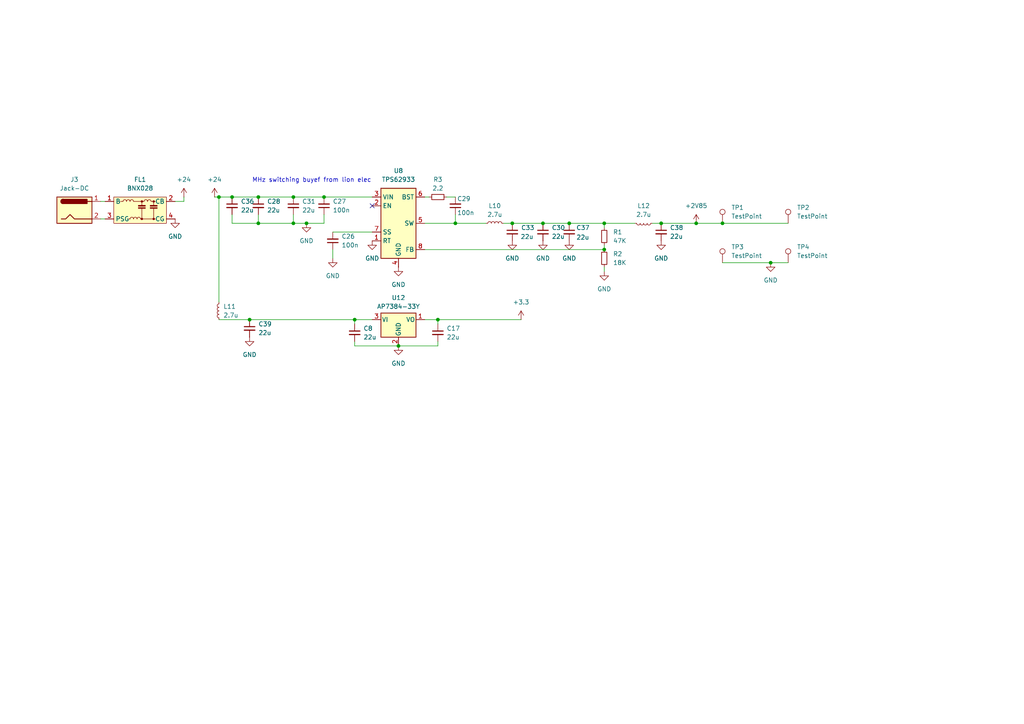
<source format=kicad_sch>
(kicad_sch
	(version 20231120)
	(generator "eeschema")
	(generator_version "8.0")
	(uuid "e1272dd0-acaa-4523-8b49-96a8c25dc087")
	(paper "A4")
	(lib_symbols
		(symbol "Connector:Jack-DC"
			(pin_names
				(offset 1.016)
			)
			(exclude_from_sim no)
			(in_bom yes)
			(on_board yes)
			(property "Reference" "J"
				(at 0 5.334 0)
				(effects
					(font
						(size 1.27 1.27)
					)
				)
			)
			(property "Value" "Jack-DC"
				(at 0 -5.08 0)
				(effects
					(font
						(size 1.27 1.27)
					)
				)
			)
			(property "Footprint" ""
				(at 1.27 -1.016 0)
				(effects
					(font
						(size 1.27 1.27)
					)
					(hide yes)
				)
			)
			(property "Datasheet" "~"
				(at 1.27 -1.016 0)
				(effects
					(font
						(size 1.27 1.27)
					)
					(hide yes)
				)
			)
			(property "Description" "DC Barrel Jack"
				(at 0 0 0)
				(effects
					(font
						(size 1.27 1.27)
					)
					(hide yes)
				)
			)
			(property "ki_keywords" "DC power barrel jack connector"
				(at 0 0 0)
				(effects
					(font
						(size 1.27 1.27)
					)
					(hide yes)
				)
			)
			(property "ki_fp_filters" "BarrelJack*"
				(at 0 0 0)
				(effects
					(font
						(size 1.27 1.27)
					)
					(hide yes)
				)
			)
			(symbol "Jack-DC_0_1"
				(rectangle
					(start -5.08 3.81)
					(end 5.08 -3.81)
					(stroke
						(width 0.254)
						(type default)
					)
					(fill
						(type background)
					)
				)
				(arc
					(start -3.302 3.175)
					(mid -3.9343 2.54)
					(end -3.302 1.905)
					(stroke
						(width 0.254)
						(type default)
					)
					(fill
						(type none)
					)
				)
				(arc
					(start -3.302 3.175)
					(mid -3.9343 2.54)
					(end -3.302 1.905)
					(stroke
						(width 0.254)
						(type default)
					)
					(fill
						(type outline)
					)
				)
				(polyline
					(pts
						(xy 5.08 2.54) (xy 3.81 2.54)
					)
					(stroke
						(width 0.254)
						(type default)
					)
					(fill
						(type none)
					)
				)
				(polyline
					(pts
						(xy -3.81 -2.54) (xy -2.54 -2.54) (xy -1.27 -1.27) (xy 0 -2.54) (xy 2.54 -2.54) (xy 5.08 -2.54)
					)
					(stroke
						(width 0.254)
						(type default)
					)
					(fill
						(type none)
					)
				)
				(rectangle
					(start 3.683 3.175)
					(end -3.302 1.905)
					(stroke
						(width 0.254)
						(type default)
					)
					(fill
						(type outline)
					)
				)
			)
			(symbol "Jack-DC_1_1"
				(pin passive line
					(at 7.62 2.54 180)
					(length 2.54)
					(name "~"
						(effects
							(font
								(size 1.27 1.27)
							)
						)
					)
					(number "1"
						(effects
							(font
								(size 1.27 1.27)
							)
						)
					)
				)
				(pin passive line
					(at 7.62 -2.54 180)
					(length 2.54)
					(name "~"
						(effects
							(font
								(size 1.27 1.27)
							)
						)
					)
					(number "2"
						(effects
							(font
								(size 1.27 1.27)
							)
						)
					)
				)
			)
		)
		(symbol "Connector:TestPoint"
			(pin_numbers hide)
			(pin_names
				(offset 0.762) hide)
			(exclude_from_sim no)
			(in_bom yes)
			(on_board yes)
			(property "Reference" "TP"
				(at 0 6.858 0)
				(effects
					(font
						(size 1.27 1.27)
					)
				)
			)
			(property "Value" "TestPoint"
				(at 0 5.08 0)
				(effects
					(font
						(size 1.27 1.27)
					)
				)
			)
			(property "Footprint" ""
				(at 5.08 0 0)
				(effects
					(font
						(size 1.27 1.27)
					)
					(hide yes)
				)
			)
			(property "Datasheet" "~"
				(at 5.08 0 0)
				(effects
					(font
						(size 1.27 1.27)
					)
					(hide yes)
				)
			)
			(property "Description" "test point"
				(at 0 0 0)
				(effects
					(font
						(size 1.27 1.27)
					)
					(hide yes)
				)
			)
			(property "ki_keywords" "test point tp"
				(at 0 0 0)
				(effects
					(font
						(size 1.27 1.27)
					)
					(hide yes)
				)
			)
			(property "ki_fp_filters" "Pin* Test*"
				(at 0 0 0)
				(effects
					(font
						(size 1.27 1.27)
					)
					(hide yes)
				)
			)
			(symbol "TestPoint_0_1"
				(circle
					(center 0 3.302)
					(radius 0.762)
					(stroke
						(width 0)
						(type default)
					)
					(fill
						(type none)
					)
				)
			)
			(symbol "TestPoint_1_1"
				(pin passive line
					(at 0 0 90)
					(length 2.54)
					(name "1"
						(effects
							(font
								(size 1.27 1.27)
							)
						)
					)
					(number "1"
						(effects
							(font
								(size 1.27 1.27)
							)
						)
					)
				)
			)
		)
		(symbol "Device:C_Small"
			(pin_numbers hide)
			(pin_names
				(offset 0.254) hide)
			(exclude_from_sim no)
			(in_bom yes)
			(on_board yes)
			(property "Reference" "C"
				(at 0.254 1.778 0)
				(effects
					(font
						(size 1.27 1.27)
					)
					(justify left)
				)
			)
			(property "Value" "C_Small"
				(at 0.254 -2.032 0)
				(effects
					(font
						(size 1.27 1.27)
					)
					(justify left)
				)
			)
			(property "Footprint" ""
				(at 0 0 0)
				(effects
					(font
						(size 1.27 1.27)
					)
					(hide yes)
				)
			)
			(property "Datasheet" "~"
				(at 0 0 0)
				(effects
					(font
						(size 1.27 1.27)
					)
					(hide yes)
				)
			)
			(property "Description" "Unpolarized capacitor, small symbol"
				(at 0 0 0)
				(effects
					(font
						(size 1.27 1.27)
					)
					(hide yes)
				)
			)
			(property "ki_keywords" "capacitor cap"
				(at 0 0 0)
				(effects
					(font
						(size 1.27 1.27)
					)
					(hide yes)
				)
			)
			(property "ki_fp_filters" "C_*"
				(at 0 0 0)
				(effects
					(font
						(size 1.27 1.27)
					)
					(hide yes)
				)
			)
			(symbol "C_Small_0_1"
				(polyline
					(pts
						(xy -1.524 -0.508) (xy 1.524 -0.508)
					)
					(stroke
						(width 0.3302)
						(type default)
					)
					(fill
						(type none)
					)
				)
				(polyline
					(pts
						(xy -1.524 0.508) (xy 1.524 0.508)
					)
					(stroke
						(width 0.3048)
						(type default)
					)
					(fill
						(type none)
					)
				)
			)
			(symbol "C_Small_1_1"
				(pin passive line
					(at 0 2.54 270)
					(length 2.032)
					(name "~"
						(effects
							(font
								(size 1.27 1.27)
							)
						)
					)
					(number "1"
						(effects
							(font
								(size 1.27 1.27)
							)
						)
					)
				)
				(pin passive line
					(at 0 -2.54 90)
					(length 2.032)
					(name "~"
						(effects
							(font
								(size 1.27 1.27)
							)
						)
					)
					(number "2"
						(effects
							(font
								(size 1.27 1.27)
							)
						)
					)
				)
			)
		)
		(symbol "Device:L_Small"
			(pin_numbers hide)
			(pin_names
				(offset 0.254) hide)
			(exclude_from_sim no)
			(in_bom yes)
			(on_board yes)
			(property "Reference" "L"
				(at 0.762 1.016 0)
				(effects
					(font
						(size 1.27 1.27)
					)
					(justify left)
				)
			)
			(property "Value" "L_Small"
				(at 0.762 -1.016 0)
				(effects
					(font
						(size 1.27 1.27)
					)
					(justify left)
				)
			)
			(property "Footprint" ""
				(at 0 0 0)
				(effects
					(font
						(size 1.27 1.27)
					)
					(hide yes)
				)
			)
			(property "Datasheet" "~"
				(at 0 0 0)
				(effects
					(font
						(size 1.27 1.27)
					)
					(hide yes)
				)
			)
			(property "Description" "Inductor, small symbol"
				(at 0 0 0)
				(effects
					(font
						(size 1.27 1.27)
					)
					(hide yes)
				)
			)
			(property "ki_keywords" "inductor choke coil reactor magnetic"
				(at 0 0 0)
				(effects
					(font
						(size 1.27 1.27)
					)
					(hide yes)
				)
			)
			(property "ki_fp_filters" "Choke_* *Coil* Inductor_* L_*"
				(at 0 0 0)
				(effects
					(font
						(size 1.27 1.27)
					)
					(hide yes)
				)
			)
			(symbol "L_Small_0_1"
				(arc
					(start 0 -2.032)
					(mid 0.5058 -1.524)
					(end 0 -1.016)
					(stroke
						(width 0)
						(type default)
					)
					(fill
						(type none)
					)
				)
				(arc
					(start 0 -1.016)
					(mid 0.5058 -0.508)
					(end 0 0)
					(stroke
						(width 0)
						(type default)
					)
					(fill
						(type none)
					)
				)
				(arc
					(start 0 0)
					(mid 0.5058 0.508)
					(end 0 1.016)
					(stroke
						(width 0)
						(type default)
					)
					(fill
						(type none)
					)
				)
				(arc
					(start 0 1.016)
					(mid 0.5058 1.524)
					(end 0 2.032)
					(stroke
						(width 0)
						(type default)
					)
					(fill
						(type none)
					)
				)
			)
			(symbol "L_Small_1_1"
				(pin passive line
					(at 0 2.54 270)
					(length 0.508)
					(name "~"
						(effects
							(font
								(size 1.27 1.27)
							)
						)
					)
					(number "1"
						(effects
							(font
								(size 1.27 1.27)
							)
						)
					)
				)
				(pin passive line
					(at 0 -2.54 90)
					(length 0.508)
					(name "~"
						(effects
							(font
								(size 1.27 1.27)
							)
						)
					)
					(number "2"
						(effects
							(font
								(size 1.27 1.27)
							)
						)
					)
				)
			)
		)
		(symbol "Device:R_Small"
			(pin_numbers hide)
			(pin_names
				(offset 0.254) hide)
			(exclude_from_sim no)
			(in_bom yes)
			(on_board yes)
			(property "Reference" "R"
				(at 0.762 0.508 0)
				(effects
					(font
						(size 1.27 1.27)
					)
					(justify left)
				)
			)
			(property "Value" "R_Small"
				(at 0.762 -1.016 0)
				(effects
					(font
						(size 1.27 1.27)
					)
					(justify left)
				)
			)
			(property "Footprint" ""
				(at 0 0 0)
				(effects
					(font
						(size 1.27 1.27)
					)
					(hide yes)
				)
			)
			(property "Datasheet" "~"
				(at 0 0 0)
				(effects
					(font
						(size 1.27 1.27)
					)
					(hide yes)
				)
			)
			(property "Description" "Resistor, small symbol"
				(at 0 0 0)
				(effects
					(font
						(size 1.27 1.27)
					)
					(hide yes)
				)
			)
			(property "ki_keywords" "R resistor"
				(at 0 0 0)
				(effects
					(font
						(size 1.27 1.27)
					)
					(hide yes)
				)
			)
			(property "ki_fp_filters" "R_*"
				(at 0 0 0)
				(effects
					(font
						(size 1.27 1.27)
					)
					(hide yes)
				)
			)
			(symbol "R_Small_0_1"
				(rectangle
					(start -0.762 1.778)
					(end 0.762 -1.778)
					(stroke
						(width 0.2032)
						(type default)
					)
					(fill
						(type none)
					)
				)
			)
			(symbol "R_Small_1_1"
				(pin passive line
					(at 0 2.54 270)
					(length 0.762)
					(name "~"
						(effects
							(font
								(size 1.27 1.27)
							)
						)
					)
					(number "1"
						(effects
							(font
								(size 1.27 1.27)
							)
						)
					)
				)
				(pin passive line
					(at 0 -2.54 90)
					(length 0.762)
					(name "~"
						(effects
							(font
								(size 1.27 1.27)
							)
						)
					)
					(number "2"
						(effects
							(font
								(size 1.27 1.27)
							)
						)
					)
				)
			)
		)
		(symbol "Filter:BNX025"
			(exclude_from_sim no)
			(in_bom yes)
			(on_board yes)
			(property "Reference" "FL"
				(at -6.35 5.08 0)
				(effects
					(font
						(size 1.27 1.27)
					)
				)
			)
			(property "Value" "BNX025"
				(at 7.62 5.08 0)
				(effects
					(font
						(size 1.27 1.27)
					)
				)
			)
			(property "Footprint" "Filter:Filter_Murata_BNX025"
				(at 0 -5.08 0)
				(effects
					(font
						(size 1.27 1.27)
					)
					(hide yes)
				)
			)
			(property "Datasheet" "https://www.murata.com/en-us/products/productdetail.aspx?cate=luNoiseSupprFilteBlockType&partno=BNX025H01%23"
				(at -0.635 -0.635 90)
				(effects
					(font
						(size 1.27 1.27)
					)
					(hide yes)
				)
			)
			(property "Description" "EMI Filter SMD, Murata BNX025"
				(at 0 0 0)
				(effects
					(font
						(size 1.27 1.27)
					)
					(hide yes)
				)
			)
			(property "ki_keywords" "EMI Filter SMD Murata"
				(at 0 0 0)
				(effects
					(font
						(size 1.27 1.27)
					)
					(hide yes)
				)
			)
			(property "ki_fp_filters" "Filter*Murata*BNX025*"
				(at 0 0 0)
				(effects
					(font
						(size 1.27 1.27)
					)
					(hide yes)
				)
			)
			(symbol "BNX025_0_1"
				(rectangle
					(start -7.62 3.81)
					(end 7.62 -3.81)
					(stroke
						(width 0)
						(type default)
					)
					(fill
						(type background)
					)
				)
				(arc
					(start -1.905 -2.54)
					(mid -2.413 -2.0342)
					(end -2.921 -2.54)
					(stroke
						(width 0)
						(type default)
					)
					(fill
						(type none)
					)
				)
				(arc
					(start -0.889 -2.54)
					(mid -1.397 -2.0342)
					(end -1.905 -2.54)
					(stroke
						(width 0)
						(type default)
					)
					(fill
						(type none)
					)
				)
				(rectangle
					(start -0.508 0.508)
					(end 1.524 0.762)
					(stroke
						(width 0)
						(type default)
					)
					(fill
						(type outline)
					)
				)
				(polyline
					(pts
						(xy -4.953 2.54) (xy -5.715 2.54)
					)
					(stroke
						(width 0)
						(type default)
					)
					(fill
						(type none)
					)
				)
				(polyline
					(pts
						(xy -3.302 -2.54) (xy -2.921 -2.54)
					)
					(stroke
						(width 0)
						(type default)
					)
					(fill
						(type none)
					)
				)
				(polyline
					(pts
						(xy 0.127 -2.54) (xy 0.508 -2.54)
					)
					(stroke
						(width 0)
						(type default)
					)
					(fill
						(type none)
					)
				)
				(polyline
					(pts
						(xy 0.381 2.54) (xy -1.905 2.54)
					)
					(stroke
						(width 0)
						(type default)
					)
					(fill
						(type none)
					)
				)
				(polyline
					(pts
						(xy 0.508 -2.54) (xy 0.508 0.508)
					)
					(stroke
						(width 0)
						(type default)
					)
					(fill
						(type none)
					)
				)
				(polyline
					(pts
						(xy 0.508 2.54) (xy 0.508 1.27)
					)
					(stroke
						(width 0)
						(type default)
					)
					(fill
						(type none)
					)
				)
				(polyline
					(pts
						(xy 1.143 2.54) (xy 0.508 2.54)
					)
					(stroke
						(width 0)
						(type default)
					)
					(fill
						(type none)
					)
				)
				(polyline
					(pts
						(xy 3.175 2.54) (xy 3.937 2.54)
					)
					(stroke
						(width 0)
						(type default)
					)
					(fill
						(type none)
					)
				)
				(polyline
					(pts
						(xy 3.937 -2.54) (xy 0.508 -2.54)
					)
					(stroke
						(width 0)
						(type default)
					)
					(fill
						(type none)
					)
				)
				(polyline
					(pts
						(xy 3.937 -2.54) (xy 3.937 0.508)
					)
					(stroke
						(width 0)
						(type default)
					)
					(fill
						(type none)
					)
				)
				(polyline
					(pts
						(xy 3.937 -2.54) (xy 4.445 -2.54)
					)
					(stroke
						(width 0)
						(type default)
					)
					(fill
						(type none)
					)
				)
				(polyline
					(pts
						(xy 3.937 2.54) (xy 3.937 1.27)
					)
					(stroke
						(width 0)
						(type default)
					)
					(fill
						(type none)
					)
				)
				(polyline
					(pts
						(xy 3.937 2.54) (xy 4.445 2.54)
					)
					(stroke
						(width 0)
						(type default)
					)
					(fill
						(type none)
					)
				)
				(arc
					(start 0.127 -2.54)
					(mid -0.381 -2.0342)
					(end -0.889 -2.54)
					(stroke
						(width 0)
						(type default)
					)
					(fill
						(type none)
					)
				)
				(circle
					(center 0.508 2.54)
					(radius 0.254)
					(stroke
						(width 0)
						(type default)
					)
					(fill
						(type outline)
					)
				)
				(rectangle
					(start 1.524 1.143)
					(end -0.508 1.397)
					(stroke
						(width 0)
						(type default)
					)
					(fill
						(type outline)
					)
				)
				(arc
					(start 2.159 2.54)
					(mid 1.651 3.0458)
					(end 1.143 2.54)
					(stroke
						(width 0)
						(type default)
					)
					(fill
						(type none)
					)
				)
				(arc
					(start 3.175 2.54)
					(mid 2.667 3.0458)
					(end 2.159 2.54)
					(stroke
						(width 0)
						(type default)
					)
					(fill
						(type none)
					)
				)
			)
			(symbol "BNX025_1_1"
				(arc
					(start -3.937 2.54)
					(mid -4.445 3.0458)
					(end -4.953 2.54)
					(stroke
						(width 0)
						(type default)
					)
					(fill
						(type none)
					)
				)
				(arc
					(start -2.921 2.54)
					(mid -3.429 3.0458)
					(end -3.937 2.54)
					(stroke
						(width 0)
						(type default)
					)
					(fill
						(type none)
					)
				)
				(arc
					(start -1.905 2.54)
					(mid -2.413 3.0458)
					(end -2.921 2.54)
					(stroke
						(width 0)
						(type default)
					)
					(fill
						(type none)
					)
				)
				(circle
					(center 0.508 -2.54)
					(radius 0.254)
					(stroke
						(width 0)
						(type default)
					)
					(fill
						(type outline)
					)
				)
				(rectangle
					(start 2.921 0.508)
					(end 4.953 0.762)
					(stroke
						(width 0)
						(type default)
					)
					(fill
						(type outline)
					)
				)
				(circle
					(center 3.937 -2.54)
					(radius 0.254)
					(stroke
						(width 0)
						(type default)
					)
					(fill
						(type outline)
					)
				)
				(circle
					(center 3.937 2.54)
					(radius 0.254)
					(stroke
						(width 0)
						(type default)
					)
					(fill
						(type outline)
					)
				)
				(rectangle
					(start 4.953 1.143)
					(end 2.921 1.397)
					(stroke
						(width 0)
						(type default)
					)
					(fill
						(type outline)
					)
				)
				(pin passive line
					(at -10.16 2.54 0)
					(length 2.54)
					(name "B"
						(effects
							(font
								(size 1.27 1.27)
							)
						)
					)
					(number "1"
						(effects
							(font
								(size 1.27 1.27)
							)
						)
					)
				)
				(pin passive line
					(at 10.16 2.54 180)
					(length 2.54)
					(name "CB"
						(effects
							(font
								(size 1.27 1.27)
							)
						)
					)
					(number "2"
						(effects
							(font
								(size 1.27 1.27)
							)
						)
					)
				)
				(pin passive line
					(at -10.16 -2.54 0)
					(length 2.54)
					(name "PSG"
						(effects
							(font
								(size 1.27 1.27)
							)
						)
					)
					(number "3"
						(effects
							(font
								(size 1.27 1.27)
							)
						)
					)
				)
				(pin passive line
					(at 10.16 -2.54 180)
					(length 2.54)
					(name "CG"
						(effects
							(font
								(size 1.27 1.27)
							)
						)
					)
					(number "4"
						(effects
							(font
								(size 1.27 1.27)
							)
						)
					)
				)
			)
		)
		(symbol "Regulator_Linear:AP7384-33Y"
			(pin_names
				(offset 0.254)
			)
			(exclude_from_sim no)
			(in_bom yes)
			(on_board yes)
			(property "Reference" "U"
				(at -3.81 3.175 0)
				(effects
					(font
						(size 1.27 1.27)
					)
				)
			)
			(property "Value" "AP7384-33Y"
				(at 0 3.175 0)
				(effects
					(font
						(size 1.27 1.27)
					)
					(justify left)
				)
			)
			(property "Footprint" "Package_TO_SOT_SMD:SOT-89-3"
				(at 0 5.715 0)
				(effects
					(font
						(size 1.27 1.27)
						(italic yes)
					)
					(hide yes)
				)
			)
			(property "Datasheet" "https://www.diodes.com/assets/Datasheets/AP7384.pdf"
				(at 0 0 0)
				(effects
					(font
						(size 1.27 1.27)
					)
					(hide yes)
				)
			)
			(property "Description" "50mA Low Dropout Voltage Regulator, Fixed Output 3.3V, Wide Input Voltage Range 40V, SOT-89-3"
				(at 0 0 0)
				(effects
					(font
						(size 1.27 1.27)
					)
					(hide yes)
				)
			)
			(property "ki_keywords" "50mA LDO Regulator Fixed Positive"
				(at 0 0 0)
				(effects
					(font
						(size 1.27 1.27)
					)
					(hide yes)
				)
			)
			(property "ki_fp_filters" "SOT?89?3*"
				(at 0 0 0)
				(effects
					(font
						(size 1.27 1.27)
					)
					(hide yes)
				)
			)
			(symbol "AP7384-33Y_0_1"
				(rectangle
					(start -5.08 1.905)
					(end 5.08 -5.08)
					(stroke
						(width 0.254)
						(type default)
					)
					(fill
						(type background)
					)
				)
			)
			(symbol "AP7384-33Y_1_1"
				(pin power_out line
					(at 7.62 0 180)
					(length 2.54)
					(name "VO"
						(effects
							(font
								(size 1.27 1.27)
							)
						)
					)
					(number "1"
						(effects
							(font
								(size 1.27 1.27)
							)
						)
					)
				)
				(pin power_in line
					(at 0 -7.62 90)
					(length 2.54)
					(name "GND"
						(effects
							(font
								(size 1.27 1.27)
							)
						)
					)
					(number "2"
						(effects
							(font
								(size 1.27 1.27)
							)
						)
					)
				)
				(pin power_in line
					(at -7.62 0 0)
					(length 2.54)
					(name "VI"
						(effects
							(font
								(size 1.27 1.27)
							)
						)
					)
					(number "3"
						(effects
							(font
								(size 1.27 1.27)
							)
						)
					)
				)
			)
		)
		(symbol "Regulator_Switching:TPS62933"
			(exclude_from_sim no)
			(in_bom yes)
			(on_board yes)
			(property "Reference" "U"
				(at 0 13.97 0)
				(effects
					(font
						(size 1.27 1.27)
					)
				)
			)
			(property "Value" "TPS62933"
				(at 0 11.43 0)
				(effects
					(font
						(size 1.27 1.27)
					)
				)
			)
			(property "Footprint" "Package_TO_SOT_SMD:SOT-583-8"
				(at 0 -25.4 0)
				(effects
					(font
						(size 1.27 1.27)
					)
					(hide yes)
				)
			)
			(property "Datasheet" "https://www.ti.com/lit/ds/symlink/tps62933.pdf"
				(at 0 -22.86 0)
				(effects
					(font
						(size 1.27 1.27)
					)
					(hide yes)
				)
			)
			(property "Description" "3.8-30V, 3A Synchronous Buck Converters with pulse frequency modulation (PFM), SOT583-8"
				(at 0 0 0)
				(effects
					(font
						(size 1.27 1.27)
					)
					(hide yes)
				)
			)
			(property "ki_keywords" "synchronous buck converter pulse frequency modulation"
				(at 0 0 0)
				(effects
					(font
						(size 1.27 1.27)
					)
					(hide yes)
				)
			)
			(property "ki_fp_filters" "SOT?583*"
				(at 0 0 0)
				(effects
					(font
						(size 1.27 1.27)
					)
					(hide yes)
				)
			)
			(symbol "TPS62933_0_1"
				(rectangle
					(start -5.08 10.16)
					(end 5.08 -10.16)
					(stroke
						(width 0.254)
						(type default)
					)
					(fill
						(type background)
					)
				)
			)
			(symbol "TPS62933_1_1"
				(pin passive line
					(at -7.62 -5.08 0)
					(length 2.54)
					(name "RT"
						(effects
							(font
								(size 1.27 1.27)
							)
						)
					)
					(number "1"
						(effects
							(font
								(size 1.27 1.27)
							)
						)
					)
				)
				(pin input line
					(at -7.62 5.08 0)
					(length 2.54)
					(name "EN"
						(effects
							(font
								(size 1.27 1.27)
							)
						)
					)
					(number "2"
						(effects
							(font
								(size 1.27 1.27)
							)
						)
					)
				)
				(pin power_in line
					(at -7.62 7.62 0)
					(length 2.54)
					(name "VIN"
						(effects
							(font
								(size 1.27 1.27)
							)
						)
					)
					(number "3"
						(effects
							(font
								(size 1.27 1.27)
							)
						)
					)
				)
				(pin power_in line
					(at 0 -12.7 90)
					(length 2.54)
					(name "GND"
						(effects
							(font
								(size 1.27 1.27)
							)
						)
					)
					(number "4"
						(effects
							(font
								(size 1.27 1.27)
							)
						)
					)
				)
				(pin output line
					(at 7.62 0 180)
					(length 2.54)
					(name "SW"
						(effects
							(font
								(size 1.27 1.27)
							)
						)
					)
					(number "5"
						(effects
							(font
								(size 1.27 1.27)
							)
						)
					)
				)
				(pin passive line
					(at 7.62 7.62 180)
					(length 2.54)
					(name "BST"
						(effects
							(font
								(size 1.27 1.27)
							)
						)
					)
					(number "6"
						(effects
							(font
								(size 1.27 1.27)
							)
						)
					)
				)
				(pin passive line
					(at -7.62 -2.54 0)
					(length 2.54)
					(name "SS"
						(effects
							(font
								(size 1.27 1.27)
							)
						)
					)
					(number "7"
						(effects
							(font
								(size 1.27 1.27)
							)
						)
					)
				)
				(pin input line
					(at 7.62 -7.62 180)
					(length 2.54)
					(name "FB"
						(effects
							(font
								(size 1.27 1.27)
							)
						)
					)
					(number "8"
						(effects
							(font
								(size 1.27 1.27)
							)
						)
					)
				)
			)
		)
		(symbol "power:+2V5"
			(power)
			(pin_numbers hide)
			(pin_names
				(offset 0) hide)
			(exclude_from_sim no)
			(in_bom yes)
			(on_board yes)
			(property "Reference" "#PWR"
				(at 0 -3.81 0)
				(effects
					(font
						(size 1.27 1.27)
					)
					(hide yes)
				)
			)
			(property "Value" "+2V5"
				(at 0 3.556 0)
				(effects
					(font
						(size 1.27 1.27)
					)
				)
			)
			(property "Footprint" ""
				(at 0 0 0)
				(effects
					(font
						(size 1.27 1.27)
					)
					(hide yes)
				)
			)
			(property "Datasheet" ""
				(at 0 0 0)
				(effects
					(font
						(size 1.27 1.27)
					)
					(hide yes)
				)
			)
			(property "Description" "Power symbol creates a global label with name \"+2V5\""
				(at 0 0 0)
				(effects
					(font
						(size 1.27 1.27)
					)
					(hide yes)
				)
			)
			(property "ki_keywords" "global power"
				(at 0 0 0)
				(effects
					(font
						(size 1.27 1.27)
					)
					(hide yes)
				)
			)
			(symbol "+2V5_0_1"
				(polyline
					(pts
						(xy -0.762 1.27) (xy 0 2.54)
					)
					(stroke
						(width 0)
						(type default)
					)
					(fill
						(type none)
					)
				)
				(polyline
					(pts
						(xy 0 0) (xy 0 2.54)
					)
					(stroke
						(width 0)
						(type default)
					)
					(fill
						(type none)
					)
				)
				(polyline
					(pts
						(xy 0 2.54) (xy 0.762 1.27)
					)
					(stroke
						(width 0)
						(type default)
					)
					(fill
						(type none)
					)
				)
			)
			(symbol "+2V5_1_1"
				(pin power_in line
					(at 0 0 90)
					(length 0)
					(name "~"
						(effects
							(font
								(size 1.27 1.27)
							)
						)
					)
					(number "1"
						(effects
							(font
								(size 1.27 1.27)
							)
						)
					)
				)
			)
		)
		(symbol "power:GND"
			(power)
			(pin_numbers hide)
			(pin_names
				(offset 0) hide)
			(exclude_from_sim no)
			(in_bom yes)
			(on_board yes)
			(property "Reference" "#PWR"
				(at 0 -6.35 0)
				(effects
					(font
						(size 1.27 1.27)
					)
					(hide yes)
				)
			)
			(property "Value" "GND"
				(at 0 -3.81 0)
				(effects
					(font
						(size 1.27 1.27)
					)
				)
			)
			(property "Footprint" ""
				(at 0 0 0)
				(effects
					(font
						(size 1.27 1.27)
					)
					(hide yes)
				)
			)
			(property "Datasheet" ""
				(at 0 0 0)
				(effects
					(font
						(size 1.27 1.27)
					)
					(hide yes)
				)
			)
			(property "Description" "Power symbol creates a global label with name \"GND\" , ground"
				(at 0 0 0)
				(effects
					(font
						(size 1.27 1.27)
					)
					(hide yes)
				)
			)
			(property "ki_keywords" "global power"
				(at 0 0 0)
				(effects
					(font
						(size 1.27 1.27)
					)
					(hide yes)
				)
			)
			(symbol "GND_0_1"
				(polyline
					(pts
						(xy 0 0) (xy 0 -1.27) (xy 1.27 -1.27) (xy 0 -2.54) (xy -1.27 -1.27) (xy 0 -1.27)
					)
					(stroke
						(width 0)
						(type default)
					)
					(fill
						(type none)
					)
				)
			)
			(symbol "GND_1_1"
				(pin power_in line
					(at 0 0 270)
					(length 0)
					(name "~"
						(effects
							(font
								(size 1.27 1.27)
							)
						)
					)
					(number "1"
						(effects
							(font
								(size 1.27 1.27)
							)
						)
					)
				)
			)
		)
	)
	(junction
		(at 201.93 64.77)
		(diameter 0)
		(color 0 0 0 0)
		(uuid "0f6100e7-fca2-4b85-a45c-6d4825e471f2")
	)
	(junction
		(at 102.87 92.71)
		(diameter 0)
		(color 0 0 0 0)
		(uuid "1974b776-2391-4897-a604-7b96fbf24b66")
	)
	(junction
		(at 85.09 57.15)
		(diameter 0)
		(color 0 0 0 0)
		(uuid "1ebfabf4-2a15-45de-9f9f-ccb110babe03")
	)
	(junction
		(at 88.9 64.77)
		(diameter 0)
		(color 0 0 0 0)
		(uuid "200ce6e1-5699-4565-a742-a18b329cf1d7")
	)
	(junction
		(at 74.93 57.15)
		(diameter 0)
		(color 0 0 0 0)
		(uuid "25fc1944-3d6e-42ab-b4c8-6002f218083f")
	)
	(junction
		(at 157.48 64.77)
		(diameter 0)
		(color 0 0 0 0)
		(uuid "397a914b-f957-411f-b993-fa4cefc4a7ba")
	)
	(junction
		(at 67.31 57.15)
		(diameter 0)
		(color 0 0 0 0)
		(uuid "470a8ea3-55d8-4ae1-af85-76bf047a6088")
	)
	(junction
		(at 191.77 64.77)
		(diameter 0)
		(color 0 0 0 0)
		(uuid "841fd80d-de1b-41ce-a483-4b5f1b849f11")
	)
	(junction
		(at 85.09 64.77)
		(diameter 0)
		(color 0 0 0 0)
		(uuid "87a1b81b-f7d5-4a66-abba-0daa0e366452")
	)
	(junction
		(at 115.57 100.33)
		(diameter 0)
		(color 0 0 0 0)
		(uuid "92be4eeb-dac7-498e-ad36-4feba99a8d9e")
	)
	(junction
		(at 63.5 57.15)
		(diameter 0)
		(color 0 0 0 0)
		(uuid "944465a3-1dd8-4c5b-8b0b-ad07ce4b5e1d")
	)
	(junction
		(at 148.59 64.77)
		(diameter 0)
		(color 0 0 0 0)
		(uuid "9bc0f539-3f94-4d1b-a635-8d682f5c9777")
	)
	(junction
		(at 175.26 72.39)
		(diameter 0)
		(color 0 0 0 0)
		(uuid "a547f124-e5ce-4e0e-b559-c394baec1310")
	)
	(junction
		(at 132.08 64.77)
		(diameter 0)
		(color 0 0 0 0)
		(uuid "a8ccebcd-4a76-4a1c-b7a6-0f75e40b0c20")
	)
	(junction
		(at 165.1 64.77)
		(diameter 0)
		(color 0 0 0 0)
		(uuid "ce9056fa-76ce-46e7-be24-5c6f593685be")
	)
	(junction
		(at 127 92.71)
		(diameter 0)
		(color 0 0 0 0)
		(uuid "e77b62dd-67ae-4bb1-9474-7ebacf8ef259")
	)
	(junction
		(at 223.52 76.2)
		(diameter 0)
		(color 0 0 0 0)
		(uuid "ee5272b3-f8fd-41dc-9c5c-854cd35e0ed2")
	)
	(junction
		(at 72.39 92.71)
		(diameter 0)
		(color 0 0 0 0)
		(uuid "ef3fe6e9-05f9-4ed6-a338-a349c10cb3c6")
	)
	(junction
		(at 209.55 64.77)
		(diameter 0)
		(color 0 0 0 0)
		(uuid "f359eeba-c581-4dff-ab16-bc95c4573dd7")
	)
	(junction
		(at 175.26 64.77)
		(diameter 0)
		(color 0 0 0 0)
		(uuid "f6caa3aa-6603-41a5-b12b-98b0bdc7d140")
	)
	(junction
		(at 93.98 57.15)
		(diameter 0)
		(color 0 0 0 0)
		(uuid "fa1796d0-c97c-4337-9f90-ceeb20d3ece4")
	)
	(junction
		(at 74.93 64.77)
		(diameter 0)
		(color 0 0 0 0)
		(uuid "fdf75470-5ac4-45c0-a839-cc51f7148325")
	)
	(no_connect
		(at 107.95 59.69)
		(uuid "916483b9-afdf-486e-abd2-831b592052a6")
	)
	(wire
		(pts
			(xy 102.87 100.33) (xy 115.57 100.33)
		)
		(stroke
			(width 0)
			(type default)
		)
		(uuid "0881d15b-24ef-4874-8d4e-917b91717176")
	)
	(wire
		(pts
			(xy 67.31 57.15) (xy 74.93 57.15)
		)
		(stroke
			(width 0)
			(type default)
		)
		(uuid "0cbbfe86-6ff6-4bba-9a58-db4c8b22bb47")
	)
	(wire
		(pts
			(xy 74.93 57.15) (xy 85.09 57.15)
		)
		(stroke
			(width 0)
			(type default)
		)
		(uuid "20bfcc43-d3ca-43f9-bd48-1d3264d92af1")
	)
	(wire
		(pts
			(xy 72.39 92.71) (xy 102.87 92.71)
		)
		(stroke
			(width 0)
			(type default)
		)
		(uuid "23268be9-0fc9-4c61-b18a-d3a9c095bcc7")
	)
	(wire
		(pts
			(xy 96.52 72.39) (xy 96.52 74.93)
		)
		(stroke
			(width 0)
			(type default)
		)
		(uuid "2616ea83-48f6-4214-8bf2-23c75491a630")
	)
	(wire
		(pts
			(xy 165.1 64.77) (xy 175.26 64.77)
		)
		(stroke
			(width 0)
			(type default)
		)
		(uuid "261c2382-484f-4db5-ae1b-e96524bc0d96")
	)
	(wire
		(pts
			(xy 102.87 99.06) (xy 102.87 100.33)
		)
		(stroke
			(width 0)
			(type default)
		)
		(uuid "275948ab-ccbb-49f6-8d6c-7c89f996f3c0")
	)
	(wire
		(pts
			(xy 123.19 57.15) (xy 124.46 57.15)
		)
		(stroke
			(width 0)
			(type default)
		)
		(uuid "29836a42-5e61-467e-bd4e-f4ccbab3b732")
	)
	(wire
		(pts
			(xy 127 92.71) (xy 123.19 92.71)
		)
		(stroke
			(width 0)
			(type default)
		)
		(uuid "2ae5dfbd-3eb8-4730-8a87-c3cde48c8720")
	)
	(wire
		(pts
			(xy 132.08 62.23) (xy 132.08 64.77)
		)
		(stroke
			(width 0)
			(type default)
		)
		(uuid "2caaee8b-1e8c-4d18-b007-578f1cda063c")
	)
	(wire
		(pts
			(xy 123.19 64.77) (xy 132.08 64.77)
		)
		(stroke
			(width 0)
			(type default)
		)
		(uuid "2df84f9c-abc0-4d60-915f-7589db0e1094")
	)
	(wire
		(pts
			(xy 74.93 62.23) (xy 74.93 64.77)
		)
		(stroke
			(width 0)
			(type default)
		)
		(uuid "33e657b6-99c3-4ce4-bed2-7a7634d705b1")
	)
	(wire
		(pts
			(xy 146.05 64.77) (xy 148.59 64.77)
		)
		(stroke
			(width 0)
			(type default)
		)
		(uuid "39331d21-b819-4cbb-a11f-d9e8ef098c31")
	)
	(wire
		(pts
			(xy 175.26 71.12) (xy 175.26 72.39)
		)
		(stroke
			(width 0)
			(type default)
		)
		(uuid "3d305463-dacd-4ba2-95c0-1a7f57499c3b")
	)
	(wire
		(pts
			(xy 123.19 72.39) (xy 175.26 72.39)
		)
		(stroke
			(width 0)
			(type default)
		)
		(uuid "44a5cdc2-3283-45ad-96df-3b21d5afcd9d")
	)
	(wire
		(pts
			(xy 115.57 100.33) (xy 127 100.33)
		)
		(stroke
			(width 0)
			(type default)
		)
		(uuid "45039167-e2b3-4896-a0ce-8862c65752e8")
	)
	(wire
		(pts
			(xy 175.26 78.74) (xy 175.26 77.47)
		)
		(stroke
			(width 0)
			(type default)
		)
		(uuid "46a9a386-c9cc-46b9-bd2a-99eeef796425")
	)
	(wire
		(pts
			(xy 127 92.71) (xy 151.13 92.71)
		)
		(stroke
			(width 0)
			(type default)
		)
		(uuid "46f8144d-8091-42d8-b395-88b8db4bf4c7")
	)
	(wire
		(pts
			(xy 29.21 63.5) (xy 30.48 63.5)
		)
		(stroke
			(width 0)
			(type default)
		)
		(uuid "47945184-9d8e-4407-8b41-05c463314c99")
	)
	(wire
		(pts
			(xy 85.09 62.23) (xy 85.09 64.77)
		)
		(stroke
			(width 0)
			(type default)
		)
		(uuid "4aa8c189-cdd7-41ab-86a2-ebbf355160e3")
	)
	(wire
		(pts
			(xy 29.21 58.42) (xy 30.48 58.42)
		)
		(stroke
			(width 0)
			(type default)
		)
		(uuid "50995b55-7cdf-4cb6-a669-9fb08f9ed99f")
	)
	(wire
		(pts
			(xy 165.1 64.77) (xy 157.48 64.77)
		)
		(stroke
			(width 0)
			(type default)
		)
		(uuid "56e7d48f-d03c-4bd5-991a-9fda835e8524")
	)
	(wire
		(pts
			(xy 63.5 57.15) (xy 67.31 57.15)
		)
		(stroke
			(width 0)
			(type default)
		)
		(uuid "5db496b1-6a30-4a1c-b198-8b6ab5a7777b")
	)
	(wire
		(pts
			(xy 175.26 64.77) (xy 184.15 64.77)
		)
		(stroke
			(width 0)
			(type default)
		)
		(uuid "6161c621-e71e-4ec0-94e4-3a954f7daaf6")
	)
	(wire
		(pts
			(xy 63.5 92.71) (xy 72.39 92.71)
		)
		(stroke
			(width 0)
			(type default)
		)
		(uuid "68e60971-f33f-41b2-abad-4fed26af43cf")
	)
	(wire
		(pts
			(xy 223.52 76.2) (xy 228.6 76.2)
		)
		(stroke
			(width 0)
			(type default)
		)
		(uuid "7914d8c9-ede8-488a-8358-5bcad48c0fb2")
	)
	(wire
		(pts
			(xy 148.59 64.77) (xy 157.48 64.77)
		)
		(stroke
			(width 0)
			(type default)
		)
		(uuid "7a4cbec5-87bf-4f1d-90a7-162d8e50b63b")
	)
	(wire
		(pts
			(xy 96.52 67.31) (xy 107.95 67.31)
		)
		(stroke
			(width 0)
			(type default)
		)
		(uuid "975d55d6-be8e-41ce-9c99-cf3729d2206f")
	)
	(wire
		(pts
			(xy 63.5 57.15) (xy 63.5 87.63)
		)
		(stroke
			(width 0)
			(type default)
		)
		(uuid "99ae8e9a-8b74-4478-9c31-57812fd63761")
	)
	(wire
		(pts
			(xy 93.98 57.15) (xy 107.95 57.15)
		)
		(stroke
			(width 0)
			(type default)
		)
		(uuid "a27f8a0f-7c6a-4d32-9c42-319438db6f86")
	)
	(wire
		(pts
			(xy 67.31 64.77) (xy 74.93 64.77)
		)
		(stroke
			(width 0)
			(type default)
		)
		(uuid "a4864237-2a25-463f-b6b7-800444ee137b")
	)
	(wire
		(pts
			(xy 201.93 64.77) (xy 209.55 64.77)
		)
		(stroke
			(width 0)
			(type default)
		)
		(uuid "a5b8dc96-cbfd-492e-bd2d-d4b6abb73c43")
	)
	(wire
		(pts
			(xy 74.93 64.77) (xy 85.09 64.77)
		)
		(stroke
			(width 0)
			(type default)
		)
		(uuid "a619637a-b269-4a2e-aa4b-8502639cdc10")
	)
	(wire
		(pts
			(xy 189.23 64.77) (xy 191.77 64.77)
		)
		(stroke
			(width 0)
			(type default)
		)
		(uuid "a7df6e6b-7943-45f0-a3bd-327f2a59d015")
	)
	(wire
		(pts
			(xy 209.55 76.2) (xy 223.52 76.2)
		)
		(stroke
			(width 0)
			(type default)
		)
		(uuid "b0ef9c2a-a59f-4886-a67a-cccd91170228")
	)
	(wire
		(pts
			(xy 53.34 58.42) (xy 50.8 58.42)
		)
		(stroke
			(width 0)
			(type default)
		)
		(uuid "b40f27d9-e17c-4a6e-8599-5fc4d3844df6")
	)
	(wire
		(pts
			(xy 175.26 66.04) (xy 175.26 64.77)
		)
		(stroke
			(width 0)
			(type default)
		)
		(uuid "b4c96998-3db1-4469-8b00-700062fc560e")
	)
	(wire
		(pts
			(xy 85.09 64.77) (xy 88.9 64.77)
		)
		(stroke
			(width 0)
			(type default)
		)
		(uuid "b7a5da30-1676-4f12-bcc2-da65b3b623e4")
	)
	(wire
		(pts
			(xy 53.34 57.15) (xy 53.34 58.42)
		)
		(stroke
			(width 0)
			(type default)
		)
		(uuid "bb05e8fc-3515-46e4-a1f4-5857d7c3bad2")
	)
	(wire
		(pts
			(xy 127 99.06) (xy 127 100.33)
		)
		(stroke
			(width 0)
			(type default)
		)
		(uuid "bb513ad9-801c-41e0-971f-807250d8d5f6")
	)
	(wire
		(pts
			(xy 67.31 62.23) (xy 67.31 64.77)
		)
		(stroke
			(width 0)
			(type default)
		)
		(uuid "c3cea4ab-7cc8-4674-91f5-e99777060053")
	)
	(wire
		(pts
			(xy 201.93 64.77) (xy 191.77 64.77)
		)
		(stroke
			(width 0)
			(type default)
		)
		(uuid "c8d7e69c-7f06-4ba9-ac03-d6a8e67235e2")
	)
	(wire
		(pts
			(xy 129.54 57.15) (xy 132.08 57.15)
		)
		(stroke
			(width 0)
			(type default)
		)
		(uuid "c99338e4-6b45-4795-9a20-ca18bcd589b1")
	)
	(wire
		(pts
			(xy 88.9 64.77) (xy 93.98 64.77)
		)
		(stroke
			(width 0)
			(type default)
		)
		(uuid "d8819c9d-de1d-4ada-abec-54206ab35167")
	)
	(wire
		(pts
			(xy 102.87 93.98) (xy 102.87 92.71)
		)
		(stroke
			(width 0)
			(type default)
		)
		(uuid "d9bc2578-a04e-4cc2-9024-5011edf5bfc3")
	)
	(wire
		(pts
			(xy 93.98 62.23) (xy 93.98 64.77)
		)
		(stroke
			(width 0)
			(type default)
		)
		(uuid "e4a6aa14-f42d-4dc0-a49d-84d25de6a86d")
	)
	(wire
		(pts
			(xy 209.55 64.77) (xy 228.6 64.77)
		)
		(stroke
			(width 0)
			(type default)
		)
		(uuid "edd42f8e-7cc2-487a-a6fb-64c50e23bcab")
	)
	(wire
		(pts
			(xy 62.23 57.15) (xy 63.5 57.15)
		)
		(stroke
			(width 0)
			(type default)
		)
		(uuid "f11901a9-7b28-46d1-bdd0-18a14d5b22d9")
	)
	(wire
		(pts
			(xy 102.87 92.71) (xy 107.95 92.71)
		)
		(stroke
			(width 0)
			(type default)
		)
		(uuid "f37b5ab7-b073-4161-8efe-345b890c29f3")
	)
	(wire
		(pts
			(xy 85.09 57.15) (xy 93.98 57.15)
		)
		(stroke
			(width 0)
			(type default)
		)
		(uuid "f5bbb182-8c03-4dd7-9fca-65cca66e8c2a")
	)
	(wire
		(pts
			(xy 127 93.98) (xy 127 92.71)
		)
		(stroke
			(width 0)
			(type default)
		)
		(uuid "f7725ac9-f8ba-44d7-a24d-464113121031")
	)
	(wire
		(pts
			(xy 132.08 64.77) (xy 140.97 64.77)
		)
		(stroke
			(width 0)
			(type default)
		)
		(uuid "f7ada4ff-9216-435a-9d46-7c9310762c33")
	)
	(text "MHz switching buyef from lion elec"
		(exclude_from_sim no)
		(at 90.424 52.324 0)
		(effects
			(font
				(size 1.27 1.27)
			)
		)
		(uuid "c5fc96ae-f97a-4c21-aaf7-9233ff870911")
	)
	(symbol
		(lib_id "power:GND")
		(at 165.1 69.85 0)
		(unit 1)
		(exclude_from_sim no)
		(in_bom yes)
		(on_board yes)
		(dnp no)
		(fields_autoplaced yes)
		(uuid "032e6a95-59ab-451c-980a-609afe3b91e1")
		(property "Reference" "#PWR049"
			(at 165.1 76.2 0)
			(effects
				(font
					(size 1.27 1.27)
				)
				(hide yes)
			)
		)
		(property "Value" "GND"
			(at 165.1 74.93 0)
			(effects
				(font
					(size 1.27 1.27)
				)
			)
		)
		(property "Footprint" ""
			(at 165.1 69.85 0)
			(effects
				(font
					(size 1.27 1.27)
				)
				(hide yes)
			)
		)
		(property "Datasheet" ""
			(at 165.1 69.85 0)
			(effects
				(font
					(size 1.27 1.27)
				)
				(hide yes)
			)
		)
		(property "Description" "Power symbol creates a global label with name \"GND\" , ground"
			(at 165.1 69.85 0)
			(effects
				(font
					(size 1.27 1.27)
				)
				(hide yes)
			)
		)
		(pin "1"
			(uuid "55a65445-96a4-4096-a918-a0a5077d0b15")
		)
		(instances
			(project "alm"
				(path "/ccbf6820-b23d-4899-9fd7-0393f504f111/e3480f38-7eb2-48c2-9f37-89cbb9799bb9"
					(reference "#PWR049")
					(unit 1)
				)
			)
		)
	)
	(symbol
		(lib_id "Device:C_Small")
		(at 67.31 59.69 0)
		(unit 1)
		(exclude_from_sim no)
		(in_bom yes)
		(on_board yes)
		(dnp no)
		(fields_autoplaced yes)
		(uuid "1e3814d5-11f7-4d37-a10c-929cddc12d0e")
		(property "Reference" "C36"
			(at 69.85 58.4262 0)
			(effects
				(font
					(size 1.27 1.27)
				)
				(justify left)
			)
		)
		(property "Value" "22u"
			(at 69.85 60.9662 0)
			(effects
				(font
					(size 1.27 1.27)
				)
				(justify left)
			)
		)
		(property "Footprint" "Capacitor_SMD:C_0805_2012Metric"
			(at 67.31 59.69 0)
			(effects
				(font
					(size 1.27 1.27)
				)
				(hide yes)
			)
		)
		(property "Datasheet" "~"
			(at 67.31 59.69 0)
			(effects
				(font
					(size 1.27 1.27)
				)
				(hide yes)
			)
		)
		(property "Description" "Unpolarized capacitor, small symbol"
			(at 67.31 59.69 0)
			(effects
				(font
					(size 1.27 1.27)
				)
				(hide yes)
			)
		)
		(pin "1"
			(uuid "fce506ce-0255-4882-b367-7e29aa4c6194")
		)
		(pin "2"
			(uuid "a2610cbe-3066-4ca5-9687-7dc30911646e")
		)
		(instances
			(project "alm"
				(path "/ccbf6820-b23d-4899-9fd7-0393f504f111/e3480f38-7eb2-48c2-9f37-89cbb9799bb9"
					(reference "C36")
					(unit 1)
				)
			)
		)
	)
	(symbol
		(lib_id "power:GND")
		(at 148.59 69.85 0)
		(unit 1)
		(exclude_from_sim no)
		(in_bom yes)
		(on_board yes)
		(dnp no)
		(fields_autoplaced yes)
		(uuid "21ec584d-bf24-4b56-81f9-53f7ed1e0ccc")
		(property "Reference" "#PWR041"
			(at 148.59 76.2 0)
			(effects
				(font
					(size 1.27 1.27)
				)
				(hide yes)
			)
		)
		(property "Value" "GND"
			(at 148.59 74.93 0)
			(effects
				(font
					(size 1.27 1.27)
				)
			)
		)
		(property "Footprint" ""
			(at 148.59 69.85 0)
			(effects
				(font
					(size 1.27 1.27)
				)
				(hide yes)
			)
		)
		(property "Datasheet" ""
			(at 148.59 69.85 0)
			(effects
				(font
					(size 1.27 1.27)
				)
				(hide yes)
			)
		)
		(property "Description" "Power symbol creates a global label with name \"GND\" , ground"
			(at 148.59 69.85 0)
			(effects
				(font
					(size 1.27 1.27)
				)
				(hide yes)
			)
		)
		(pin "1"
			(uuid "5cf2f6f3-6b4a-4f57-a8fb-21dd0e54ca61")
		)
		(instances
			(project "alm"
				(path "/ccbf6820-b23d-4899-9fd7-0393f504f111/e3480f38-7eb2-48c2-9f37-89cbb9799bb9"
					(reference "#PWR041")
					(unit 1)
				)
			)
		)
	)
	(symbol
		(lib_id "Device:R_Small")
		(at 175.26 74.93 0)
		(unit 1)
		(exclude_from_sim no)
		(in_bom yes)
		(on_board yes)
		(dnp no)
		(fields_autoplaced yes)
		(uuid "234e2b86-9271-40bf-8325-518b729a99a2")
		(property "Reference" "R2"
			(at 177.8 73.6599 0)
			(effects
				(font
					(size 1.27 1.27)
				)
				(justify left)
			)
		)
		(property "Value" "18K"
			(at 177.8 76.1999 0)
			(effects
				(font
					(size 1.27 1.27)
				)
				(justify left)
			)
		)
		(property "Footprint" "Resistor_SMD:R_0402_1005Metric"
			(at 175.26 74.93 0)
			(effects
				(font
					(size 1.27 1.27)
				)
				(hide yes)
			)
		)
		(property "Datasheet" "~"
			(at 175.26 74.93 0)
			(effects
				(font
					(size 1.27 1.27)
				)
				(hide yes)
			)
		)
		(property "Description" "Resistor, small symbol"
			(at 175.26 74.93 0)
			(effects
				(font
					(size 1.27 1.27)
				)
				(hide yes)
			)
		)
		(pin "1"
			(uuid "f53382ec-c2c9-4906-a078-36f841840ec9")
		)
		(pin "2"
			(uuid "374d7954-2fa8-4050-ad0e-a30e56ccacbb")
		)
		(instances
			(project "alm"
				(path "/ccbf6820-b23d-4899-9fd7-0393f504f111/e3480f38-7eb2-48c2-9f37-89cbb9799bb9"
					(reference "R2")
					(unit 1)
				)
			)
		)
	)
	(symbol
		(lib_id "Device:C_Small")
		(at 93.98 59.69 180)
		(unit 1)
		(exclude_from_sim no)
		(in_bom yes)
		(on_board yes)
		(dnp no)
		(fields_autoplaced yes)
		(uuid "2fa81b1f-e86a-43c1-a7af-6d937675636a")
		(property "Reference" "C27"
			(at 96.52 58.4135 0)
			(effects
				(font
					(size 1.27 1.27)
				)
				(justify right)
			)
		)
		(property "Value" "100n"
			(at 96.52 60.9535 0)
			(effects
				(font
					(size 1.27 1.27)
				)
				(justify right)
			)
		)
		(property "Footprint" "Capacitor_SMD:C_0402_1005Metric_Pad0.74x0.62mm_HandSolder"
			(at 93.98 59.69 0)
			(effects
				(font
					(size 1.27 1.27)
				)
				(hide yes)
			)
		)
		(property "Datasheet" "~"
			(at 93.98 59.69 0)
			(effects
				(font
					(size 1.27 1.27)
				)
				(hide yes)
			)
		)
		(property "Description" "Unpolarized capacitor, small symbol"
			(at 93.98 59.69 0)
			(effects
				(font
					(size 1.27 1.27)
				)
				(hide yes)
			)
		)
		(pin "2"
			(uuid "5c55e7e1-95bb-4417-8d8c-0e834a7ec72f")
		)
		(pin "1"
			(uuid "d9c44fee-b166-4ca8-8bf7-fc7c07d6d5d6")
		)
		(instances
			(project "alm"
				(path "/ccbf6820-b23d-4899-9fd7-0393f504f111/e3480f38-7eb2-48c2-9f37-89cbb9799bb9"
					(reference "C27")
					(unit 1)
				)
			)
		)
	)
	(symbol
		(lib_id "power:GND")
		(at 50.8 63.5 0)
		(unit 1)
		(exclude_from_sim no)
		(in_bom yes)
		(on_board yes)
		(dnp no)
		(fields_autoplaced yes)
		(uuid "3bc97b0a-9e61-4a69-8a5e-cce548303c4f")
		(property "Reference" "#PWR044"
			(at 50.8 69.85 0)
			(effects
				(font
					(size 1.27 1.27)
				)
				(hide yes)
			)
		)
		(property "Value" "GND"
			(at 50.8 68.58 0)
			(effects
				(font
					(size 1.27 1.27)
				)
			)
		)
		(property "Footprint" ""
			(at 50.8 63.5 0)
			(effects
				(font
					(size 1.27 1.27)
				)
				(hide yes)
			)
		)
		(property "Datasheet" ""
			(at 50.8 63.5 0)
			(effects
				(font
					(size 1.27 1.27)
				)
				(hide yes)
			)
		)
		(property "Description" "Power symbol creates a global label with name \"GND\" , ground"
			(at 50.8 63.5 0)
			(effects
				(font
					(size 1.27 1.27)
				)
				(hide yes)
			)
		)
		(pin "1"
			(uuid "6786353f-3036-494c-9f9c-b738ed8a424e")
		)
		(instances
			(project "alm"
				(path "/ccbf6820-b23d-4899-9fd7-0393f504f111/e3480f38-7eb2-48c2-9f37-89cbb9799bb9"
					(reference "#PWR044")
					(unit 1)
				)
			)
		)
	)
	(symbol
		(lib_id "power:+2V5")
		(at 53.34 57.15 0)
		(unit 1)
		(exclude_from_sim no)
		(in_bom yes)
		(on_board yes)
		(dnp no)
		(fields_autoplaced yes)
		(uuid "4056aac0-2ba8-495c-adf3-a8b568922102")
		(property "Reference" "#PWR045"
			(at 53.34 60.96 0)
			(effects
				(font
					(size 1.27 1.27)
				)
				(hide yes)
			)
		)
		(property "Value" "+24"
			(at 53.34 52.07 0)
			(effects
				(font
					(size 1.27 1.27)
				)
			)
		)
		(property "Footprint" ""
			(at 53.34 57.15 0)
			(effects
				(font
					(size 1.27 1.27)
				)
				(hide yes)
			)
		)
		(property "Datasheet" ""
			(at 53.34 57.15 0)
			(effects
				(font
					(size 1.27 1.27)
				)
				(hide yes)
			)
		)
		(property "Description" "Power symbol creates a global label with name \"+2V5\""
			(at 53.34 57.15 0)
			(effects
				(font
					(size 1.27 1.27)
				)
				(hide yes)
			)
		)
		(pin "1"
			(uuid "13c26abf-f911-4c04-b8f7-f2132fb21e55")
		)
		(instances
			(project "alm"
				(path "/ccbf6820-b23d-4899-9fd7-0393f504f111/e3480f38-7eb2-48c2-9f37-89cbb9799bb9"
					(reference "#PWR045")
					(unit 1)
				)
			)
		)
	)
	(symbol
		(lib_id "power:GND")
		(at 157.48 69.85 0)
		(unit 1)
		(exclude_from_sim no)
		(in_bom yes)
		(on_board yes)
		(dnp no)
		(fields_autoplaced yes)
		(uuid "45afad7a-37d5-48dd-b3fe-438fe7c7e56c")
		(property "Reference" "#PWR042"
			(at 157.48 76.2 0)
			(effects
				(font
					(size 1.27 1.27)
				)
				(hide yes)
			)
		)
		(property "Value" "GND"
			(at 157.48 74.93 0)
			(effects
				(font
					(size 1.27 1.27)
				)
			)
		)
		(property "Footprint" ""
			(at 157.48 69.85 0)
			(effects
				(font
					(size 1.27 1.27)
				)
				(hide yes)
			)
		)
		(property "Datasheet" ""
			(at 157.48 69.85 0)
			(effects
				(font
					(size 1.27 1.27)
				)
				(hide yes)
			)
		)
		(property "Description" "Power symbol creates a global label with name \"GND\" , ground"
			(at 157.48 69.85 0)
			(effects
				(font
					(size 1.27 1.27)
				)
				(hide yes)
			)
		)
		(pin "1"
			(uuid "1558e262-fd73-4d1b-93b3-9514176bdc7d")
		)
		(instances
			(project "alm"
				(path "/ccbf6820-b23d-4899-9fd7-0393f504f111/e3480f38-7eb2-48c2-9f37-89cbb9799bb9"
					(reference "#PWR042")
					(unit 1)
				)
			)
		)
	)
	(symbol
		(lib_id "Device:L_Small")
		(at 63.5 90.17 180)
		(unit 1)
		(exclude_from_sim no)
		(in_bom yes)
		(on_board yes)
		(dnp no)
		(fields_autoplaced yes)
		(uuid "4e6766ae-4dd4-4cbc-b803-acebf3a7cf84")
		(property "Reference" "L11"
			(at 64.77 88.8999 0)
			(effects
				(font
					(size 1.27 1.27)
				)
				(justify right)
			)
		)
		(property "Value" "2.7u"
			(at 64.77 91.4399 0)
			(effects
				(font
					(size 1.27 1.27)
				)
				(justify right)
			)
		)
		(property "Footprint" "Inductor_SMD:4x4x2.8mmIND_VLCF4028T-2R7N1R8-2"
			(at 63.5 90.17 0)
			(effects
				(font
					(size 1.27 1.27)
				)
				(hide yes)
			)
		)
		(property "Datasheet" "~"
			(at 63.5 90.17 0)
			(effects
				(font
					(size 1.27 1.27)
				)
				(hide yes)
			)
		)
		(property "Description" "Inductor, small symbol"
			(at 63.5 90.17 0)
			(effects
				(font
					(size 1.27 1.27)
				)
				(hide yes)
			)
		)
		(pin "2"
			(uuid "b93e13cd-f787-4834-bf46-28a87a8862ba")
		)
		(pin "1"
			(uuid "c9ae5ed8-4337-402c-899e-1c193f6155e3")
		)
		(instances
			(project "alm"
				(path "/ccbf6820-b23d-4899-9fd7-0393f504f111/e3480f38-7eb2-48c2-9f37-89cbb9799bb9"
					(reference "L11")
					(unit 1)
				)
			)
		)
	)
	(symbol
		(lib_id "Device:C_Small")
		(at 132.08 59.69 180)
		(unit 1)
		(exclude_from_sim no)
		(in_bom yes)
		(on_board yes)
		(dnp no)
		(uuid "51f555f7-a564-4b96-a609-b1425f6add28")
		(property "Reference" "C29"
			(at 132.588 57.658 0)
			(effects
				(font
					(size 1.27 1.27)
				)
				(justify right)
			)
		)
		(property "Value" "100n"
			(at 132.588 61.722 0)
			(effects
				(font
					(size 1.27 1.27)
				)
				(justify right)
			)
		)
		(property "Footprint" "Capacitor_SMD:C_0402_1005Metric_Pad0.74x0.62mm_HandSolder"
			(at 132.08 59.69 0)
			(effects
				(font
					(size 1.27 1.27)
				)
				(hide yes)
			)
		)
		(property "Datasheet" "~"
			(at 132.08 59.69 0)
			(effects
				(font
					(size 1.27 1.27)
				)
				(hide yes)
			)
		)
		(property "Description" "Unpolarized capacitor, small symbol"
			(at 132.08 59.69 0)
			(effects
				(font
					(size 1.27 1.27)
				)
				(hide yes)
			)
		)
		(pin "2"
			(uuid "da5cf83f-4eb5-40ef-814a-254806db7d01")
		)
		(pin "1"
			(uuid "3cbb0c74-f647-40b8-906c-3555d75d7258")
		)
		(instances
			(project "alm"
				(path "/ccbf6820-b23d-4899-9fd7-0393f504f111/e3480f38-7eb2-48c2-9f37-89cbb9799bb9"
					(reference "C29")
					(unit 1)
				)
			)
		)
	)
	(symbol
		(lib_id "power:GND")
		(at 191.77 69.85 0)
		(unit 1)
		(exclude_from_sim no)
		(in_bom yes)
		(on_board yes)
		(dnp no)
		(fields_autoplaced yes)
		(uuid "5e71b298-9bba-4345-ba06-a099154dd4e4")
		(property "Reference" "#PWR050"
			(at 191.77 76.2 0)
			(effects
				(font
					(size 1.27 1.27)
				)
				(hide yes)
			)
		)
		(property "Value" "GND"
			(at 191.77 74.93 0)
			(effects
				(font
					(size 1.27 1.27)
				)
			)
		)
		(property "Footprint" ""
			(at 191.77 69.85 0)
			(effects
				(font
					(size 1.27 1.27)
				)
				(hide yes)
			)
		)
		(property "Datasheet" ""
			(at 191.77 69.85 0)
			(effects
				(font
					(size 1.27 1.27)
				)
				(hide yes)
			)
		)
		(property "Description" "Power symbol creates a global label with name \"GND\" , ground"
			(at 191.77 69.85 0)
			(effects
				(font
					(size 1.27 1.27)
				)
				(hide yes)
			)
		)
		(pin "1"
			(uuid "25d64803-715a-47d5-9de8-8ded4e379493")
		)
		(instances
			(project "alm"
				(path "/ccbf6820-b23d-4899-9fd7-0393f504f111/e3480f38-7eb2-48c2-9f37-89cbb9799bb9"
					(reference "#PWR050")
					(unit 1)
				)
			)
		)
	)
	(symbol
		(lib_id "Device:C_Small")
		(at 127 96.52 0)
		(unit 1)
		(exclude_from_sim no)
		(in_bom yes)
		(on_board yes)
		(dnp no)
		(fields_autoplaced yes)
		(uuid "61c8a0d4-13c1-4501-86f5-f6d5e0980deb")
		(property "Reference" "C17"
			(at 129.54 95.2562 0)
			(effects
				(font
					(size 1.27 1.27)
				)
				(justify left)
			)
		)
		(property "Value" "22u"
			(at 129.54 97.7962 0)
			(effects
				(font
					(size 1.27 1.27)
				)
				(justify left)
			)
		)
		(property "Footprint" "Capacitor_SMD:C_0805_2012Metric"
			(at 127 96.52 0)
			(effects
				(font
					(size 1.27 1.27)
				)
				(hide yes)
			)
		)
		(property "Datasheet" "~"
			(at 127 96.52 0)
			(effects
				(font
					(size 1.27 1.27)
				)
				(hide yes)
			)
		)
		(property "Description" "Unpolarized capacitor, small symbol"
			(at 127 96.52 0)
			(effects
				(font
					(size 1.27 1.27)
				)
				(hide yes)
			)
		)
		(pin "1"
			(uuid "9a912dde-74a5-454e-b55c-e1cccea06fa7")
		)
		(pin "2"
			(uuid "463e54bd-b528-49df-8abb-07e828a52b60")
		)
		(instances
			(project "alm"
				(path "/ccbf6820-b23d-4899-9fd7-0393f504f111/e3480f38-7eb2-48c2-9f37-89cbb9799bb9"
					(reference "C17")
					(unit 1)
				)
			)
		)
	)
	(symbol
		(lib_id "Device:C_Small")
		(at 96.52 69.85 180)
		(unit 1)
		(exclude_from_sim no)
		(in_bom yes)
		(on_board yes)
		(dnp no)
		(fields_autoplaced yes)
		(uuid "62af4ed8-7dfc-4995-be33-d38895d7e687")
		(property "Reference" "C26"
			(at 99.06 68.5735 0)
			(effects
				(font
					(size 1.27 1.27)
				)
				(justify right)
			)
		)
		(property "Value" "100n"
			(at 99.06 71.1135 0)
			(effects
				(font
					(size 1.27 1.27)
				)
				(justify right)
			)
		)
		(property "Footprint" "Capacitor_SMD:C_0402_1005Metric_Pad0.74x0.62mm_HandSolder"
			(at 96.52 69.85 0)
			(effects
				(font
					(size 1.27 1.27)
				)
				(hide yes)
			)
		)
		(property "Datasheet" "~"
			(at 96.52 69.85 0)
			(effects
				(font
					(size 1.27 1.27)
				)
				(hide yes)
			)
		)
		(property "Description" "Unpolarized capacitor, small symbol"
			(at 96.52 69.85 0)
			(effects
				(font
					(size 1.27 1.27)
				)
				(hide yes)
			)
		)
		(pin "2"
			(uuid "99dd6011-291f-437a-b839-c17254177a81")
		)
		(pin "1"
			(uuid "f666c0c5-0ebf-40fa-8255-1e740162536f")
		)
		(instances
			(project "alm"
				(path "/ccbf6820-b23d-4899-9fd7-0393f504f111/e3480f38-7eb2-48c2-9f37-89cbb9799bb9"
					(reference "C26")
					(unit 1)
				)
			)
		)
	)
	(symbol
		(lib_id "Device:C_Small")
		(at 85.09 59.69 0)
		(unit 1)
		(exclude_from_sim no)
		(in_bom yes)
		(on_board yes)
		(dnp no)
		(fields_autoplaced yes)
		(uuid "6b527b18-d583-4c0b-bbb0-8a82d77d7cdc")
		(property "Reference" "C31"
			(at 87.63 58.4262 0)
			(effects
				(font
					(size 1.27 1.27)
				)
				(justify left)
			)
		)
		(property "Value" "22u"
			(at 87.63 60.9662 0)
			(effects
				(font
					(size 1.27 1.27)
				)
				(justify left)
			)
		)
		(property "Footprint" "Capacitor_SMD:C_0805_2012Metric"
			(at 85.09 59.69 0)
			(effects
				(font
					(size 1.27 1.27)
				)
				(hide yes)
			)
		)
		(property "Datasheet" "~"
			(at 85.09 59.69 0)
			(effects
				(font
					(size 1.27 1.27)
				)
				(hide yes)
			)
		)
		(property "Description" "Unpolarized capacitor, small symbol"
			(at 85.09 59.69 0)
			(effects
				(font
					(size 1.27 1.27)
				)
				(hide yes)
			)
		)
		(pin "1"
			(uuid "9ef7116f-10e6-4c31-ac5c-fda8ff8c9a55")
		)
		(pin "2"
			(uuid "0504ceef-cf7e-4482-af8a-1c6ece7ec891")
		)
		(instances
			(project "alm"
				(path "/ccbf6820-b23d-4899-9fd7-0393f504f111/e3480f38-7eb2-48c2-9f37-89cbb9799bb9"
					(reference "C31")
					(unit 1)
				)
			)
		)
	)
	(symbol
		(lib_id "Device:C_Small")
		(at 148.59 67.31 0)
		(unit 1)
		(exclude_from_sim no)
		(in_bom yes)
		(on_board yes)
		(dnp no)
		(uuid "7204b703-57df-422d-b0e5-556888265dff")
		(property "Reference" "C33"
			(at 151.13 66.0462 0)
			(effects
				(font
					(size 1.27 1.27)
				)
				(justify left)
			)
		)
		(property "Value" "22u"
			(at 150.9711 68.6628 0)
			(effects
				(font
					(size 1.27 1.27)
				)
				(justify left)
			)
		)
		(property "Footprint" "Capacitor_SMD:C_0805_2012Metric"
			(at 148.59 67.31 0)
			(effects
				(font
					(size 1.27 1.27)
				)
				(hide yes)
			)
		)
		(property "Datasheet" "~"
			(at 148.59 67.31 0)
			(effects
				(font
					(size 1.27 1.27)
				)
				(hide yes)
			)
		)
		(property "Description" "Unpolarized capacitor, small symbol"
			(at 148.59 67.31 0)
			(effects
				(font
					(size 1.27 1.27)
				)
				(hide yes)
			)
		)
		(pin "1"
			(uuid "af0ec0df-3e3f-4cb2-a7fe-544dbe38cef1")
		)
		(pin "2"
			(uuid "56dc45f2-c401-44fd-8bd2-5902204e85db")
		)
		(instances
			(project "alm"
				(path "/ccbf6820-b23d-4899-9fd7-0393f504f111/e3480f38-7eb2-48c2-9f37-89cbb9799bb9"
					(reference "C33")
					(unit 1)
				)
			)
		)
	)
	(symbol
		(lib_id "Device:C_Small")
		(at 74.93 59.69 0)
		(unit 1)
		(exclude_from_sim no)
		(in_bom yes)
		(on_board yes)
		(dnp no)
		(fields_autoplaced yes)
		(uuid "797dab52-e60a-4d35-a15f-d086058b2253")
		(property "Reference" "C28"
			(at 77.47 58.4262 0)
			(effects
				(font
					(size 1.27 1.27)
				)
				(justify left)
			)
		)
		(property "Value" "22u"
			(at 77.47 60.9662 0)
			(effects
				(font
					(size 1.27 1.27)
				)
				(justify left)
			)
		)
		(property "Footprint" "Capacitor_SMD:C_0805_2012Metric"
			(at 74.93 59.69 0)
			(effects
				(font
					(size 1.27 1.27)
				)
				(hide yes)
			)
		)
		(property "Datasheet" "~"
			(at 74.93 59.69 0)
			(effects
				(font
					(size 1.27 1.27)
				)
				(hide yes)
			)
		)
		(property "Description" "Unpolarized capacitor, small symbol"
			(at 74.93 59.69 0)
			(effects
				(font
					(size 1.27 1.27)
				)
				(hide yes)
			)
		)
		(pin "1"
			(uuid "9d80f4d3-0a78-474a-83ad-2fd581e96c7b")
		)
		(pin "2"
			(uuid "1830f353-d06b-49e8-91dc-0f14cacb68f0")
		)
		(instances
			(project "alm"
				(path "/ccbf6820-b23d-4899-9fd7-0393f504f111/e3480f38-7eb2-48c2-9f37-89cbb9799bb9"
					(reference "C28")
					(unit 1)
				)
			)
		)
	)
	(symbol
		(lib_id "Device:C_Small")
		(at 191.77 67.31 0)
		(unit 1)
		(exclude_from_sim no)
		(in_bom yes)
		(on_board yes)
		(dnp no)
		(fields_autoplaced yes)
		(uuid "7a332300-5a39-446c-9a4c-8a82df77cfbb")
		(property "Reference" "C38"
			(at 194.31 66.0462 0)
			(effects
				(font
					(size 1.27 1.27)
				)
				(justify left)
			)
		)
		(property "Value" "22u"
			(at 194.31 68.5862 0)
			(effects
				(font
					(size 1.27 1.27)
				)
				(justify left)
			)
		)
		(property "Footprint" "Capacitor_SMD:C_0805_2012Metric"
			(at 191.77 67.31 0)
			(effects
				(font
					(size 1.27 1.27)
				)
				(hide yes)
			)
		)
		(property "Datasheet" "~"
			(at 191.77 67.31 0)
			(effects
				(font
					(size 1.27 1.27)
				)
				(hide yes)
			)
		)
		(property "Description" "Unpolarized capacitor, small symbol"
			(at 191.77 67.31 0)
			(effects
				(font
					(size 1.27 1.27)
				)
				(hide yes)
			)
		)
		(pin "1"
			(uuid "43a1c83d-bd3e-4b58-afbe-f0ed4306f5aa")
		)
		(pin "2"
			(uuid "2b884c8f-2274-44cf-8b0e-6e75ecccb691")
		)
		(instances
			(project "alm"
				(path "/ccbf6820-b23d-4899-9fd7-0393f504f111/e3480f38-7eb2-48c2-9f37-89cbb9799bb9"
					(reference "C38")
					(unit 1)
				)
			)
		)
	)
	(symbol
		(lib_id "Filter:BNX025")
		(at 40.64 60.96 0)
		(unit 1)
		(exclude_from_sim no)
		(in_bom yes)
		(on_board yes)
		(dnp no)
		(fields_autoplaced yes)
		(uuid "7a75b71c-c496-45a0-800c-4f58c3485371")
		(property "Reference" "FL1"
			(at 40.64 52.07 0)
			(effects
				(font
					(size 1.27 1.27)
				)
			)
		)
		(property "Value" "BNX028"
			(at 40.64 54.61 0)
			(effects
				(font
					(size 1.27 1.27)
				)
			)
		)
		(property "Footprint" "Filter:Filter_Murata_BNX025"
			(at 40.64 66.04 0)
			(effects
				(font
					(size 1.27 1.27)
				)
				(hide yes)
			)
		)
		(property "Datasheet" "https://www.murata.com/en-us/products/productdetail.aspx?cate=luNoiseSupprFilteBlockType&partno=BNX025H01%23"
			(at 40.005 61.595 90)
			(effects
				(font
					(size 1.27 1.27)
				)
				(hide yes)
			)
		)
		(property "Description" "EMI Filter SMD, Murata BNX025"
			(at 40.64 60.96 0)
			(effects
				(font
					(size 1.27 1.27)
				)
				(hide yes)
			)
		)
		(pin "3"
			(uuid "804b11b8-67d4-4c2e-b163-b138c458f84b")
		)
		(pin "4"
			(uuid "932c35aa-dc4c-4b38-b0da-7fabe2acd7c3")
		)
		(pin "1"
			(uuid "13f5c1d1-28e4-46db-be5d-74c28c908214")
		)
		(pin "2"
			(uuid "398d797d-eae7-4734-9fde-fcbff02e9d4e")
		)
		(instances
			(project "alm"
				(path "/ccbf6820-b23d-4899-9fd7-0393f504f111/e3480f38-7eb2-48c2-9f37-89cbb9799bb9"
					(reference "FL1")
					(unit 1)
				)
			)
		)
	)
	(symbol
		(lib_id "power:+2V5")
		(at 62.23 57.15 0)
		(unit 1)
		(exclude_from_sim no)
		(in_bom yes)
		(on_board yes)
		(dnp no)
		(fields_autoplaced yes)
		(uuid "8517b31b-cbc7-46ca-b667-3b455014dcc3")
		(property "Reference" "#PWR046"
			(at 62.23 60.96 0)
			(effects
				(font
					(size 1.27 1.27)
				)
				(hide yes)
			)
		)
		(property "Value" "+24"
			(at 62.23 52.07 0)
			(effects
				(font
					(size 1.27 1.27)
				)
			)
		)
		(property "Footprint" ""
			(at 62.23 57.15 0)
			(effects
				(font
					(size 1.27 1.27)
				)
				(hide yes)
			)
		)
		(property "Datasheet" ""
			(at 62.23 57.15 0)
			(effects
				(font
					(size 1.27 1.27)
				)
				(hide yes)
			)
		)
		(property "Description" "Power symbol creates a global label with name \"+2V5\""
			(at 62.23 57.15 0)
			(effects
				(font
					(size 1.27 1.27)
				)
				(hide yes)
			)
		)
		(pin "1"
			(uuid "963b8617-068a-48cd-bd9f-09eb982876a4")
		)
		(instances
			(project "alm"
				(path "/ccbf6820-b23d-4899-9fd7-0393f504f111/e3480f38-7eb2-48c2-9f37-89cbb9799bb9"
					(reference "#PWR046")
					(unit 1)
				)
			)
		)
	)
	(symbol
		(lib_id "power:GND")
		(at 96.52 74.93 0)
		(unit 1)
		(exclude_from_sim no)
		(in_bom yes)
		(on_board yes)
		(dnp no)
		(fields_autoplaced yes)
		(uuid "85fff325-4b94-425a-a4d3-ec811a2987d8")
		(property "Reference" "#PWR039"
			(at 96.52 81.28 0)
			(effects
				(font
					(size 1.27 1.27)
				)
				(hide yes)
			)
		)
		(property "Value" "GND"
			(at 96.52 80.01 0)
			(effects
				(font
					(size 1.27 1.27)
				)
			)
		)
		(property "Footprint" ""
			(at 96.52 74.93 0)
			(effects
				(font
					(size 1.27 1.27)
				)
				(hide yes)
			)
		)
		(property "Datasheet" ""
			(at 96.52 74.93 0)
			(effects
				(font
					(size 1.27 1.27)
				)
				(hide yes)
			)
		)
		(property "Description" "Power symbol creates a global label with name \"GND\" , ground"
			(at 96.52 74.93 0)
			(effects
				(font
					(size 1.27 1.27)
				)
				(hide yes)
			)
		)
		(pin "1"
			(uuid "c5309455-72f7-4824-9b1e-7b64150f28b0")
		)
		(instances
			(project "alm"
				(path "/ccbf6820-b23d-4899-9fd7-0393f504f111/e3480f38-7eb2-48c2-9f37-89cbb9799bb9"
					(reference "#PWR039")
					(unit 1)
				)
			)
		)
	)
	(symbol
		(lib_id "power:GND")
		(at 115.57 100.33 0)
		(unit 1)
		(exclude_from_sim no)
		(in_bom yes)
		(on_board yes)
		(dnp no)
		(fields_autoplaced yes)
		(uuid "8a0953b6-6d04-4311-8bd5-a0001da67b58")
		(property "Reference" "#PWR043"
			(at 115.57 106.68 0)
			(effects
				(font
					(size 1.27 1.27)
				)
				(hide yes)
			)
		)
		(property "Value" "GND"
			(at 115.57 105.41 0)
			(effects
				(font
					(size 1.27 1.27)
				)
			)
		)
		(property "Footprint" ""
			(at 115.57 100.33 0)
			(effects
				(font
					(size 1.27 1.27)
				)
				(hide yes)
			)
		)
		(property "Datasheet" ""
			(at 115.57 100.33 0)
			(effects
				(font
					(size 1.27 1.27)
				)
				(hide yes)
			)
		)
		(property "Description" "Power symbol creates a global label with name \"GND\" , ground"
			(at 115.57 100.33 0)
			(effects
				(font
					(size 1.27 1.27)
				)
				(hide yes)
			)
		)
		(pin "1"
			(uuid "3be2e5ec-164e-4b7f-bf21-593cb616b205")
		)
		(instances
			(project "alm"
				(path "/ccbf6820-b23d-4899-9fd7-0393f504f111/e3480f38-7eb2-48c2-9f37-89cbb9799bb9"
					(reference "#PWR043")
					(unit 1)
				)
			)
		)
	)
	(symbol
		(lib_id "power:GND")
		(at 107.95 69.85 0)
		(unit 1)
		(exclude_from_sim no)
		(in_bom yes)
		(on_board yes)
		(dnp no)
		(fields_autoplaced yes)
		(uuid "9315d88b-b203-479f-999f-2ff68bb2b720")
		(property "Reference" "#PWR015"
			(at 107.95 76.2 0)
			(effects
				(font
					(size 1.27 1.27)
				)
				(hide yes)
			)
		)
		(property "Value" "GND"
			(at 107.95 74.93 0)
			(effects
				(font
					(size 1.27 1.27)
				)
			)
		)
		(property "Footprint" ""
			(at 107.95 69.85 0)
			(effects
				(font
					(size 1.27 1.27)
				)
				(hide yes)
			)
		)
		(property "Datasheet" ""
			(at 107.95 69.85 0)
			(effects
				(font
					(size 1.27 1.27)
				)
				(hide yes)
			)
		)
		(property "Description" "Power symbol creates a global label with name \"GND\" , ground"
			(at 107.95 69.85 0)
			(effects
				(font
					(size 1.27 1.27)
				)
				(hide yes)
			)
		)
		(pin "1"
			(uuid "28aec5c9-effa-40ac-802e-b75205c38510")
		)
		(instances
			(project "alm"
				(path "/ccbf6820-b23d-4899-9fd7-0393f504f111/e3480f38-7eb2-48c2-9f37-89cbb9799bb9"
					(reference "#PWR015")
					(unit 1)
				)
			)
		)
	)
	(symbol
		(lib_id "power:GND")
		(at 223.52 76.2 0)
		(unit 1)
		(exclude_from_sim no)
		(in_bom yes)
		(on_board yes)
		(dnp no)
		(fields_autoplaced yes)
		(uuid "9914fd0e-b289-4dc4-904a-fc5486e0907c")
		(property "Reference" "#PWR059"
			(at 223.52 82.55 0)
			(effects
				(font
					(size 1.27 1.27)
				)
				(hide yes)
			)
		)
		(property "Value" "GND"
			(at 223.52 81.28 0)
			(effects
				(font
					(size 1.27 1.27)
				)
			)
		)
		(property "Footprint" ""
			(at 223.52 76.2 0)
			(effects
				(font
					(size 1.27 1.27)
				)
				(hide yes)
			)
		)
		(property "Datasheet" ""
			(at 223.52 76.2 0)
			(effects
				(font
					(size 1.27 1.27)
				)
				(hide yes)
			)
		)
		(property "Description" "Power symbol creates a global label with name \"GND\" , ground"
			(at 223.52 76.2 0)
			(effects
				(font
					(size 1.27 1.27)
				)
				(hide yes)
			)
		)
		(pin "1"
			(uuid "c6d5e1e3-7367-49fb-8215-de173e2ecc19")
		)
		(instances
			(project "alm"
				(path "/ccbf6820-b23d-4899-9fd7-0393f504f111/e3480f38-7eb2-48c2-9f37-89cbb9799bb9"
					(reference "#PWR059")
					(unit 1)
				)
			)
		)
	)
	(symbol
		(lib_id "Connector:TestPoint")
		(at 209.55 64.77 0)
		(unit 1)
		(exclude_from_sim no)
		(in_bom yes)
		(on_board yes)
		(dnp no)
		(fields_autoplaced yes)
		(uuid "a319b08b-dbd3-409c-bf1a-86c64f4b339c")
		(property "Reference" "TP1"
			(at 212.09 60.1979 0)
			(effects
				(font
					(size 1.27 1.27)
				)
				(justify left)
			)
		)
		(property "Value" "TestPoint"
			(at 212.09 62.7379 0)
			(effects
				(font
					(size 1.27 1.27)
				)
				(justify left)
			)
		)
		(property "Footprint" "Connector_Wire:SolderWirePad_1x01_SMD_5x10mm"
			(at 214.63 64.77 0)
			(effects
				(font
					(size 1.27 1.27)
				)
				(hide yes)
			)
		)
		(property "Datasheet" "~"
			(at 214.63 64.77 0)
			(effects
				(font
					(size 1.27 1.27)
				)
				(hide yes)
			)
		)
		(property "Description" "test point"
			(at 209.55 64.77 0)
			(effects
				(font
					(size 1.27 1.27)
				)
				(hide yes)
			)
		)
		(pin "1"
			(uuid "5799d853-5cff-4dc5-b91a-197247f98694")
		)
		(instances
			(project "alm"
				(path "/ccbf6820-b23d-4899-9fd7-0393f504f111/e3480f38-7eb2-48c2-9f37-89cbb9799bb9"
					(reference "TP1")
					(unit 1)
				)
			)
		)
	)
	(symbol
		(lib_id "Connector:TestPoint")
		(at 228.6 64.77 0)
		(unit 1)
		(exclude_from_sim no)
		(in_bom yes)
		(on_board yes)
		(dnp no)
		(fields_autoplaced yes)
		(uuid "aabcb6b3-d50a-4866-8c11-8888de82ba91")
		(property "Reference" "TP2"
			(at 231.14 60.1979 0)
			(effects
				(font
					(size 1.27 1.27)
				)
				(justify left)
			)
		)
		(property "Value" "TestPoint"
			(at 231.14 62.7379 0)
			(effects
				(font
					(size 1.27 1.27)
				)
				(justify left)
			)
		)
		(property "Footprint" "Connector_Wire:SolderWirePad_1x01_SMD_5x10mm"
			(at 233.68 64.77 0)
			(effects
				(font
					(size 1.27 1.27)
				)
				(hide yes)
			)
		)
		(property "Datasheet" "~"
			(at 233.68 64.77 0)
			(effects
				(font
					(size 1.27 1.27)
				)
				(hide yes)
			)
		)
		(property "Description" "test point"
			(at 228.6 64.77 0)
			(effects
				(font
					(size 1.27 1.27)
				)
				(hide yes)
			)
		)
		(pin "1"
			(uuid "38e33ec4-3941-4a92-a337-f6e9bb4be875")
		)
		(instances
			(project "alm"
				(path "/ccbf6820-b23d-4899-9fd7-0393f504f111/e3480f38-7eb2-48c2-9f37-89cbb9799bb9"
					(reference "TP2")
					(unit 1)
				)
			)
		)
	)
	(symbol
		(lib_id "Device:C_Small")
		(at 102.87 96.52 0)
		(unit 1)
		(exclude_from_sim no)
		(in_bom yes)
		(on_board yes)
		(dnp no)
		(fields_autoplaced yes)
		(uuid "ad435b9f-0c9b-4e46-8c92-424e4e63dec9")
		(property "Reference" "C8"
			(at 105.41 95.2562 0)
			(effects
				(font
					(size 1.27 1.27)
				)
				(justify left)
			)
		)
		(property "Value" "22u"
			(at 105.41 97.7962 0)
			(effects
				(font
					(size 1.27 1.27)
				)
				(justify left)
			)
		)
		(property "Footprint" "Capacitor_SMD:C_0805_2012Metric"
			(at 102.87 96.52 0)
			(effects
				(font
					(size 1.27 1.27)
				)
				(hide yes)
			)
		)
		(property "Datasheet" "~"
			(at 102.87 96.52 0)
			(effects
				(font
					(size 1.27 1.27)
				)
				(hide yes)
			)
		)
		(property "Description" "Unpolarized capacitor, small symbol"
			(at 102.87 96.52 0)
			(effects
				(font
					(size 1.27 1.27)
				)
				(hide yes)
			)
		)
		(pin "1"
			(uuid "79685319-dc37-424d-947a-be2a8bf6f7aa")
		)
		(pin "2"
			(uuid "2085eec5-2420-4590-8ede-36362b8d88a4")
		)
		(instances
			(project "alm"
				(path "/ccbf6820-b23d-4899-9fd7-0393f504f111/e3480f38-7eb2-48c2-9f37-89cbb9799bb9"
					(reference "C8")
					(unit 1)
				)
			)
		)
	)
	(symbol
		(lib_id "power:GND")
		(at 175.26 78.74 0)
		(unit 1)
		(exclude_from_sim no)
		(in_bom yes)
		(on_board yes)
		(dnp no)
		(fields_autoplaced yes)
		(uuid "b13cf12c-328d-4903-8a78-2de6e9cbe46d")
		(property "Reference" "#PWR037"
			(at 175.26 85.09 0)
			(effects
				(font
					(size 1.27 1.27)
				)
				(hide yes)
			)
		)
		(property "Value" "GND"
			(at 175.26 83.82 0)
			(effects
				(font
					(size 1.27 1.27)
				)
			)
		)
		(property "Footprint" ""
			(at 175.26 78.74 0)
			(effects
				(font
					(size 1.27 1.27)
				)
				(hide yes)
			)
		)
		(property "Datasheet" ""
			(at 175.26 78.74 0)
			(effects
				(font
					(size 1.27 1.27)
				)
				(hide yes)
			)
		)
		(property "Description" "Power symbol creates a global label with name \"GND\" , ground"
			(at 175.26 78.74 0)
			(effects
				(font
					(size 1.27 1.27)
				)
				(hide yes)
			)
		)
		(pin "1"
			(uuid "69ff0f54-751e-4a51-9ce9-0336cf6420ae")
		)
		(instances
			(project "alm"
				(path "/ccbf6820-b23d-4899-9fd7-0393f504f111/e3480f38-7eb2-48c2-9f37-89cbb9799bb9"
					(reference "#PWR037")
					(unit 1)
				)
			)
		)
	)
	(symbol
		(lib_id "power:GND")
		(at 115.57 77.47 0)
		(unit 1)
		(exclude_from_sim no)
		(in_bom yes)
		(on_board yes)
		(dnp no)
		(fields_autoplaced yes)
		(uuid "bb8b1d15-6264-4899-a16b-322c320b1621")
		(property "Reference" "#PWR038"
			(at 115.57 83.82 0)
			(effects
				(font
					(size 1.27 1.27)
				)
				(hide yes)
			)
		)
		(property "Value" "GND"
			(at 115.57 82.55 0)
			(effects
				(font
					(size 1.27 1.27)
				)
			)
		)
		(property "Footprint" ""
			(at 115.57 77.47 0)
			(effects
				(font
					(size 1.27 1.27)
				)
				(hide yes)
			)
		)
		(property "Datasheet" ""
			(at 115.57 77.47 0)
			(effects
				(font
					(size 1.27 1.27)
				)
				(hide yes)
			)
		)
		(property "Description" "Power symbol creates a global label with name \"GND\" , ground"
			(at 115.57 77.47 0)
			(effects
				(font
					(size 1.27 1.27)
				)
				(hide yes)
			)
		)
		(pin "1"
			(uuid "7747404e-a12c-4b5d-8149-f5e5872d222b")
		)
		(instances
			(project "alm"
				(path "/ccbf6820-b23d-4899-9fd7-0393f504f111/e3480f38-7eb2-48c2-9f37-89cbb9799bb9"
					(reference "#PWR038")
					(unit 1)
				)
			)
		)
	)
	(symbol
		(lib_id "Device:C_Small")
		(at 72.39 95.25 0)
		(unit 1)
		(exclude_from_sim no)
		(in_bom yes)
		(on_board yes)
		(dnp no)
		(fields_autoplaced yes)
		(uuid "c4751d9e-ea89-4074-85e0-65b28ee7a696")
		(property "Reference" "C39"
			(at 74.93 93.9862 0)
			(effects
				(font
					(size 1.27 1.27)
				)
				(justify left)
			)
		)
		(property "Value" "22u"
			(at 74.93 96.5262 0)
			(effects
				(font
					(size 1.27 1.27)
				)
				(justify left)
			)
		)
		(property "Footprint" "Capacitor_SMD:C_0805_2012Metric"
			(at 72.39 95.25 0)
			(effects
				(font
					(size 1.27 1.27)
				)
				(hide yes)
			)
		)
		(property "Datasheet" "~"
			(at 72.39 95.25 0)
			(effects
				(font
					(size 1.27 1.27)
				)
				(hide yes)
			)
		)
		(property "Description" "Unpolarized capacitor, small symbol"
			(at 72.39 95.25 0)
			(effects
				(font
					(size 1.27 1.27)
				)
				(hide yes)
			)
		)
		(pin "1"
			(uuid "bdd35003-878c-4e51-8dbd-937a93145191")
		)
		(pin "2"
			(uuid "5079ac59-0cf7-48a9-8a92-fefd49b88517")
		)
		(instances
			(project "alm"
				(path "/ccbf6820-b23d-4899-9fd7-0393f504f111/e3480f38-7eb2-48c2-9f37-89cbb9799bb9"
					(reference "C39")
					(unit 1)
				)
			)
		)
	)
	(symbol
		(lib_id "Device:R_Small")
		(at 175.26 68.58 0)
		(unit 1)
		(exclude_from_sim no)
		(in_bom yes)
		(on_board yes)
		(dnp no)
		(fields_autoplaced yes)
		(uuid "c95462d4-4fdb-4044-82ad-523c0ffc0bac")
		(property "Reference" "R1"
			(at 177.8 67.3099 0)
			(effects
				(font
					(size 1.27 1.27)
				)
				(justify left)
			)
		)
		(property "Value" "47K"
			(at 177.8 69.8499 0)
			(effects
				(font
					(size 1.27 1.27)
				)
				(justify left)
			)
		)
		(property "Footprint" "Resistor_SMD:R_0402_1005Metric"
			(at 175.26 68.58 0)
			(effects
				(font
					(size 1.27 1.27)
				)
				(hide yes)
			)
		)
		(property "Datasheet" "~"
			(at 175.26 68.58 0)
			(effects
				(font
					(size 1.27 1.27)
				)
				(hide yes)
			)
		)
		(property "Description" "Resistor, small symbol"
			(at 175.26 68.58 0)
			(effects
				(font
					(size 1.27 1.27)
				)
				(hide yes)
			)
		)
		(pin "1"
			(uuid "63c07212-0fa9-4c05-ac01-ed6490663b70")
		)
		(pin "2"
			(uuid "ebd3b388-2c35-49d9-b772-d5d4ca8769e9")
		)
		(instances
			(project "alm"
				(path "/ccbf6820-b23d-4899-9fd7-0393f504f111/e3480f38-7eb2-48c2-9f37-89cbb9799bb9"
					(reference "R1")
					(unit 1)
				)
			)
		)
	)
	(symbol
		(lib_id "Regulator_Linear:AP7384-33Y")
		(at 115.57 92.71 0)
		(unit 1)
		(exclude_from_sim no)
		(in_bom yes)
		(on_board yes)
		(dnp no)
		(fields_autoplaced yes)
		(uuid "cc9d0b11-a060-4376-8e3b-f216168ba032")
		(property "Reference" "U12"
			(at 115.57 86.36 0)
			(effects
				(font
					(size 1.27 1.27)
				)
			)
		)
		(property "Value" "AP7384-33Y"
			(at 115.57 88.9 0)
			(effects
				(font
					(size 1.27 1.27)
				)
			)
		)
		(property "Footprint" "Package_TO_SOT_SMD:SOT-89-3"
			(at 115.57 86.995 0)
			(effects
				(font
					(size 1.27 1.27)
					(italic yes)
				)
				(hide yes)
			)
		)
		(property "Datasheet" "https://www.diodes.com/assets/Datasheets/AP7384.pdf"
			(at 115.57 92.71 0)
			(effects
				(font
					(size 1.27 1.27)
				)
				(hide yes)
			)
		)
		(property "Description" "50mA Low Dropout Voltage Regulator, Fixed Output 3.3V, Wide Input Voltage Range 40V, SOT-89-3"
			(at 115.57 92.71 0)
			(effects
				(font
					(size 1.27 1.27)
				)
				(hide yes)
			)
		)
		(pin "1"
			(uuid "d38d3b42-1f11-429d-aa0d-45be915f0fd9")
		)
		(pin "3"
			(uuid "a1dfb3dd-352b-43a7-9428-4b1ecad7643d")
		)
		(pin "2"
			(uuid "3de3414c-196c-4dc8-9a0e-2a285e4e0e71")
		)
		(instances
			(project "alm"
				(path "/ccbf6820-b23d-4899-9fd7-0393f504f111/e3480f38-7eb2-48c2-9f37-89cbb9799bb9"
					(reference "U12")
					(unit 1)
				)
			)
		)
	)
	(symbol
		(lib_id "Connector:TestPoint")
		(at 209.55 76.2 0)
		(unit 1)
		(exclude_from_sim no)
		(in_bom yes)
		(on_board yes)
		(dnp no)
		(fields_autoplaced yes)
		(uuid "d49644e2-75bb-4b3e-9137-6c5f4b6c20d7")
		(property "Reference" "TP3"
			(at 212.09 71.6279 0)
			(effects
				(font
					(size 1.27 1.27)
				)
				(justify left)
			)
		)
		(property "Value" "TestPoint"
			(at 212.09 74.1679 0)
			(effects
				(font
					(size 1.27 1.27)
				)
				(justify left)
			)
		)
		(property "Footprint" "Connector_Wire:SolderWirePad_1x01_SMD_5x10mm"
			(at 214.63 76.2 0)
			(effects
				(font
					(size 1.27 1.27)
				)
				(hide yes)
			)
		)
		(property "Datasheet" "~"
			(at 214.63 76.2 0)
			(effects
				(font
					(size 1.27 1.27)
				)
				(hide yes)
			)
		)
		(property "Description" "test point"
			(at 209.55 76.2 0)
			(effects
				(font
					(size 1.27 1.27)
				)
				(hide yes)
			)
		)
		(pin "1"
			(uuid "d95bddf7-3bc1-4364-a8df-10f409694cb7")
		)
		(instances
			(project "alm"
				(path "/ccbf6820-b23d-4899-9fd7-0393f504f111/e3480f38-7eb2-48c2-9f37-89cbb9799bb9"
					(reference "TP3")
					(unit 1)
				)
			)
		)
	)
	(symbol
		(lib_id "power:GND")
		(at 88.9 64.77 0)
		(unit 1)
		(exclude_from_sim no)
		(in_bom yes)
		(on_board yes)
		(dnp no)
		(fields_autoplaced yes)
		(uuid "d5ef20d6-e2af-4592-aa6e-a3fdeb76637a")
		(property "Reference" "#PWR040"
			(at 88.9 71.12 0)
			(effects
				(font
					(size 1.27 1.27)
				)
				(hide yes)
			)
		)
		(property "Value" "GND"
			(at 88.9 69.85 0)
			(effects
				(font
					(size 1.27 1.27)
				)
			)
		)
		(property "Footprint" ""
			(at 88.9 64.77 0)
			(effects
				(font
					(size 1.27 1.27)
				)
				(hide yes)
			)
		)
		(property "Datasheet" ""
			(at 88.9 64.77 0)
			(effects
				(font
					(size 1.27 1.27)
				)
				(hide yes)
			)
		)
		(property "Description" "Power symbol creates a global label with name \"GND\" , ground"
			(at 88.9 64.77 0)
			(effects
				(font
					(size 1.27 1.27)
				)
				(hide yes)
			)
		)
		(pin "1"
			(uuid "0c9c5472-0e0a-4da8-a68b-ade0b7845431")
		)
		(instances
			(project "alm"
				(path "/ccbf6820-b23d-4899-9fd7-0393f504f111/e3480f38-7eb2-48c2-9f37-89cbb9799bb9"
					(reference "#PWR040")
					(unit 1)
				)
			)
		)
	)
	(symbol
		(lib_id "Device:L_Small")
		(at 143.51 64.77 90)
		(unit 1)
		(exclude_from_sim no)
		(in_bom yes)
		(on_board yes)
		(dnp no)
		(fields_autoplaced yes)
		(uuid "d8b78b6c-982d-4314-b9d1-ec310ba528f7")
		(property "Reference" "L10"
			(at 143.51 59.69 90)
			(effects
				(font
					(size 1.27 1.27)
				)
			)
		)
		(property "Value" "2.7u"
			(at 143.51 62.23 90)
			(effects
				(font
					(size 1.27 1.27)
				)
			)
		)
		(property "Footprint" "Inductor_SMD:4x4x2.8mmIND_VLCF4028T-2R7N1R8-2"
			(at 143.51 64.77 0)
			(effects
				(font
					(size 1.27 1.27)
				)
				(hide yes)
			)
		)
		(property "Datasheet" "~"
			(at 143.51 64.77 0)
			(effects
				(font
					(size 1.27 1.27)
				)
				(hide yes)
			)
		)
		(property "Description" "Inductor, small symbol"
			(at 143.51 64.77 0)
			(effects
				(font
					(size 1.27 1.27)
				)
				(hide yes)
			)
		)
		(pin "2"
			(uuid "511a411b-e3ca-443a-a972-cfb946003a2f")
		)
		(pin "1"
			(uuid "30be94cf-770d-433c-9a50-47b5265743dc")
		)
		(instances
			(project "alm"
				(path "/ccbf6820-b23d-4899-9fd7-0393f504f111/e3480f38-7eb2-48c2-9f37-89cbb9799bb9"
					(reference "L10")
					(unit 1)
				)
			)
		)
	)
	(symbol
		(lib_id "Device:C_Small")
		(at 165.1 67.31 0)
		(unit 1)
		(exclude_from_sim no)
		(in_bom yes)
		(on_board yes)
		(dnp no)
		(uuid "da3c722a-57de-4f82-96a3-30851ebdc382")
		(property "Reference" "C37"
			(at 167.132 66.04 0)
			(effects
				(font
					(size 1.27 1.27)
				)
				(justify left)
			)
		)
		(property "Value" "22u"
			(at 167.132 68.834 0)
			(effects
				(font
					(size 1.27 1.27)
				)
				(justify left)
			)
		)
		(property "Footprint" "Capacitor_SMD:C_0805_2012Metric"
			(at 165.1 67.31 0)
			(effects
				(font
					(size 1.27 1.27)
				)
				(hide yes)
			)
		)
		(property "Datasheet" "~"
			(at 165.1 67.31 0)
			(effects
				(font
					(size 1.27 1.27)
				)
				(hide yes)
			)
		)
		(property "Description" "Unpolarized capacitor, small symbol"
			(at 165.1 67.31 0)
			(effects
				(font
					(size 1.27 1.27)
				)
				(hide yes)
			)
		)
		(pin "1"
			(uuid "5348e135-720b-4c14-b9ba-e016a4d1fd09")
		)
		(pin "2"
			(uuid "15487c1d-8f3b-4b6c-a331-d7ea2c76c7a4")
		)
		(instances
			(project "alm"
				(path "/ccbf6820-b23d-4899-9fd7-0393f504f111/e3480f38-7eb2-48c2-9f37-89cbb9799bb9"
					(reference "C37")
					(unit 1)
				)
			)
		)
	)
	(symbol
		(lib_id "Connector:Jack-DC")
		(at 21.59 60.96 0)
		(unit 1)
		(exclude_from_sim no)
		(in_bom yes)
		(on_board yes)
		(dnp no)
		(fields_autoplaced yes)
		(uuid "e0366fe0-d343-484b-a8d8-66d6eba8ff3f")
		(property "Reference" "J3"
			(at 21.59 52.07 0)
			(effects
				(font
					(size 1.27 1.27)
				)
			)
		)
		(property "Value" "Jack-DC"
			(at 21.59 54.61 0)
			(effects
				(font
					(size 1.27 1.27)
				)
			)
		)
		(property "Footprint" "Connector_BarrelJack:BarrelJack_Horizontal"
			(at 22.86 61.976 0)
			(effects
				(font
					(size 1.27 1.27)
				)
				(hide yes)
			)
		)
		(property "Datasheet" "~"
			(at 22.86 61.976 0)
			(effects
				(font
					(size 1.27 1.27)
				)
				(hide yes)
			)
		)
		(property "Description" "DC Barrel Jack"
			(at 21.59 60.96 0)
			(effects
				(font
					(size 1.27 1.27)
				)
				(hide yes)
			)
		)
		(pin "1"
			(uuid "7bc0952c-7a97-4b1c-b828-450cccba51d9")
		)
		(pin "2"
			(uuid "4ebef573-368f-4493-85b1-b7188f07ba32")
		)
		(instances
			(project "alm"
				(path "/ccbf6820-b23d-4899-9fd7-0393f504f111/e3480f38-7eb2-48c2-9f37-89cbb9799bb9"
					(reference "J3")
					(unit 1)
				)
			)
		)
	)
	(symbol
		(lib_id "power:+2V5")
		(at 201.93 64.77 0)
		(unit 1)
		(exclude_from_sim no)
		(in_bom yes)
		(on_board yes)
		(dnp no)
		(fields_autoplaced yes)
		(uuid "e10ed1f3-44c3-4ccf-bd1b-fec856dca777")
		(property "Reference" "#PWR051"
			(at 201.93 68.58 0)
			(effects
				(font
					(size 1.27 1.27)
				)
				(hide yes)
			)
		)
		(property "Value" "+2V85"
			(at 201.93 59.69 0)
			(effects
				(font
					(size 1.27 1.27)
				)
			)
		)
		(property "Footprint" ""
			(at 201.93 64.77 0)
			(effects
				(font
					(size 1.27 1.27)
				)
				(hide yes)
			)
		)
		(property "Datasheet" ""
			(at 201.93 64.77 0)
			(effects
				(font
					(size 1.27 1.27)
				)
				(hide yes)
			)
		)
		(property "Description" "Power symbol creates a global label with name \"+2V5\""
			(at 201.93 64.77 0)
			(effects
				(font
					(size 1.27 1.27)
				)
				(hide yes)
			)
		)
		(pin "1"
			(uuid "7158496c-8260-4833-9f7e-2b0c50e8f7a2")
		)
		(instances
			(project "alm"
				(path "/ccbf6820-b23d-4899-9fd7-0393f504f111/e3480f38-7eb2-48c2-9f37-89cbb9799bb9"
					(reference "#PWR051")
					(unit 1)
				)
			)
		)
	)
	(symbol
		(lib_id "Device:R_Small")
		(at 127 57.15 90)
		(unit 1)
		(exclude_from_sim no)
		(in_bom yes)
		(on_board yes)
		(dnp no)
		(fields_autoplaced yes)
		(uuid "eccf77db-7fd2-4e9b-b734-c861c9e6d532")
		(property "Reference" "R3"
			(at 127 52.07 90)
			(effects
				(font
					(size 1.27 1.27)
				)
			)
		)
		(property "Value" "2.2"
			(at 127 54.61 90)
			(effects
				(font
					(size 1.27 1.27)
				)
			)
		)
		(property "Footprint" "Resistor_SMD:R_0402_1005Metric"
			(at 127 57.15 0)
			(effects
				(font
					(size 1.27 1.27)
				)
				(hide yes)
			)
		)
		(property "Datasheet" "~"
			(at 127 57.15 0)
			(effects
				(font
					(size 1.27 1.27)
				)
				(hide yes)
			)
		)
		(property "Description" "Resistor, small symbol"
			(at 127 57.15 0)
			(effects
				(font
					(size 1.27 1.27)
				)
				(hide yes)
			)
		)
		(pin "2"
			(uuid "cde23719-9f90-4fb7-9855-7ea834f67747")
		)
		(pin "1"
			(uuid "764c4f68-7d4c-4eb3-b116-2e004dcdf2f7")
		)
		(instances
			(project "alm"
				(path "/ccbf6820-b23d-4899-9fd7-0393f504f111/e3480f38-7eb2-48c2-9f37-89cbb9799bb9"
					(reference "R3")
					(unit 1)
				)
			)
		)
	)
	(symbol
		(lib_id "Connector:TestPoint")
		(at 228.6 76.2 0)
		(unit 1)
		(exclude_from_sim no)
		(in_bom yes)
		(on_board yes)
		(dnp no)
		(fields_autoplaced yes)
		(uuid "ee9c658c-51f7-4e76-a4c1-26295a36aa4b")
		(property "Reference" "TP4"
			(at 231.14 71.6279 0)
			(effects
				(font
					(size 1.27 1.27)
				)
				(justify left)
			)
		)
		(property "Value" "TestPoint"
			(at 231.14 74.1679 0)
			(effects
				(font
					(size 1.27 1.27)
				)
				(justify left)
			)
		)
		(property "Footprint" "Connector_Wire:SolderWirePad_1x01_SMD_5x10mm"
			(at 233.68 76.2 0)
			(effects
				(font
					(size 1.27 1.27)
				)
				(hide yes)
			)
		)
		(property "Datasheet" "~"
			(at 233.68 76.2 0)
			(effects
				(font
					(size 1.27 1.27)
				)
				(hide yes)
			)
		)
		(property "Description" "test point"
			(at 228.6 76.2 0)
			(effects
				(font
					(size 1.27 1.27)
				)
				(hide yes)
			)
		)
		(pin "1"
			(uuid "674c0d5c-1661-4967-a131-335990dc4b1a")
		)
		(instances
			(project "alm"
				(path "/ccbf6820-b23d-4899-9fd7-0393f504f111/e3480f38-7eb2-48c2-9f37-89cbb9799bb9"
					(reference "TP4")
					(unit 1)
				)
			)
		)
	)
	(symbol
		(lib_id "power:GND")
		(at 72.39 97.79 0)
		(unit 1)
		(exclude_from_sim no)
		(in_bom yes)
		(on_board yes)
		(dnp no)
		(fields_autoplaced yes)
		(uuid "eea19baf-1672-4cca-adcf-f1e86925c531")
		(property "Reference" "#PWR047"
			(at 72.39 104.14 0)
			(effects
				(font
					(size 1.27 1.27)
				)
				(hide yes)
			)
		)
		(property "Value" "GND"
			(at 72.39 102.87 0)
			(effects
				(font
					(size 1.27 1.27)
				)
			)
		)
		(property "Footprint" ""
			(at 72.39 97.79 0)
			(effects
				(font
					(size 1.27 1.27)
				)
				(hide yes)
			)
		)
		(property "Datasheet" ""
			(at 72.39 97.79 0)
			(effects
				(font
					(size 1.27 1.27)
				)
				(hide yes)
			)
		)
		(property "Description" "Power symbol creates a global label with name \"GND\" , ground"
			(at 72.39 97.79 0)
			(effects
				(font
					(size 1.27 1.27)
				)
				(hide yes)
			)
		)
		(pin "1"
			(uuid "6c3148ae-749d-4ef3-b58a-ba6a47db5755")
		)
		(instances
			(project "alm"
				(path "/ccbf6820-b23d-4899-9fd7-0393f504f111/e3480f38-7eb2-48c2-9f37-89cbb9799bb9"
					(reference "#PWR047")
					(unit 1)
				)
			)
		)
	)
	(symbol
		(lib_id "Device:L_Small")
		(at 186.69 64.77 270)
		(unit 1)
		(exclude_from_sim no)
		(in_bom yes)
		(on_board yes)
		(dnp no)
		(fields_autoplaced yes)
		(uuid "ef77d192-d065-4601-b54f-25e850048b8d")
		(property "Reference" "L12"
			(at 186.69 59.69 90)
			(effects
				(font
					(size 1.27 1.27)
				)
			)
		)
		(property "Value" "2.7u"
			(at 186.69 62.23 90)
			(effects
				(font
					(size 1.27 1.27)
				)
			)
		)
		(property "Footprint" "Inductor_SMD:4x4x2.8mmIND_VLCF4028T-2R7N1R8-2"
			(at 186.69 64.77 0)
			(effects
				(font
					(size 1.27 1.27)
				)
				(hide yes)
			)
		)
		(property "Datasheet" "~"
			(at 186.69 64.77 0)
			(effects
				(font
					(size 1.27 1.27)
				)
				(hide yes)
			)
		)
		(property "Description" "Inductor, small symbol"
			(at 186.69 64.77 0)
			(effects
				(font
					(size 1.27 1.27)
				)
				(hide yes)
			)
		)
		(pin "2"
			(uuid "3675e5d8-5072-43f7-8c61-6320747e80ef")
		)
		(pin "1"
			(uuid "62caa35b-6951-4e84-ad19-4faf5956d455")
		)
		(instances
			(project "alm"
				(path "/ccbf6820-b23d-4899-9fd7-0393f504f111/e3480f38-7eb2-48c2-9f37-89cbb9799bb9"
					(reference "L12")
					(unit 1)
				)
			)
		)
	)
	(symbol
		(lib_id "Regulator_Switching:TPS62933")
		(at 115.57 64.77 0)
		(unit 1)
		(exclude_from_sim no)
		(in_bom yes)
		(on_board yes)
		(dnp no)
		(fields_autoplaced yes)
		(uuid "ef955d3c-f8b5-4a99-9b89-429ad8764dc6")
		(property "Reference" "U8"
			(at 115.57 49.53 0)
			(effects
				(font
					(size 1.27 1.27)
				)
			)
		)
		(property "Value" "TPS62933"
			(at 115.57 52.07 0)
			(effects
				(font
					(size 1.27 1.27)
				)
			)
		)
		(property "Footprint" "Package_TO_SOT_SMD:SOT-583-8"
			(at 115.57 90.17 0)
			(effects
				(font
					(size 1.27 1.27)
				)
				(hide yes)
			)
		)
		(property "Datasheet" "https://www.ti.com/lit/ds/symlink/tps62933.pdf"
			(at 115.57 87.63 0)
			(effects
				(font
					(size 1.27 1.27)
				)
				(hide yes)
			)
		)
		(property "Description" "3.8-30V, 3A Synchronous Buck Converters with pulse frequency modulation (PFM), SOT583-8"
			(at 115.57 64.77 0)
			(effects
				(font
					(size 1.27 1.27)
				)
				(hide yes)
			)
		)
		(pin "4"
			(uuid "0c7e6d53-b829-4fae-bbb7-0234b9a90e34")
		)
		(pin "6"
			(uuid "f7edd013-cc8d-4e5b-89bc-3e9bc706394a")
		)
		(pin "7"
			(uuid "df7c9454-4a7e-4a43-a74e-006dc3d9b9b3")
		)
		(pin "8"
			(uuid "4956b94e-b89c-4b17-bb51-d411f3cf50f4")
		)
		(pin "5"
			(uuid "e05cf432-24f8-47ed-a08f-0741d528ec3d")
		)
		(pin "2"
			(uuid "59b9a603-7c2a-44c9-97d9-551d128ce08b")
		)
		(pin "1"
			(uuid "c2407d32-26ea-43e4-a00f-d1f2dc703d17")
		)
		(pin "3"
			(uuid "68cd6d7e-864c-4923-83b1-ffb2604cb889")
		)
		(instances
			(project "alm"
				(path "/ccbf6820-b23d-4899-9fd7-0393f504f111/e3480f38-7eb2-48c2-9f37-89cbb9799bb9"
					(reference "U8")
					(unit 1)
				)
			)
		)
	)
	(symbol
		(lib_id "power:+2V5")
		(at 151.13 92.71 0)
		(unit 1)
		(exclude_from_sim no)
		(in_bom yes)
		(on_board yes)
		(dnp no)
		(fields_autoplaced yes)
		(uuid "f642c9d4-7fc4-4f6f-8498-3859d4ef369d")
		(property "Reference" "#PWR048"
			(at 151.13 96.52 0)
			(effects
				(font
					(size 1.27 1.27)
				)
				(hide yes)
			)
		)
		(property "Value" "+3.3"
			(at 151.13 87.63 0)
			(effects
				(font
					(size 1.27 1.27)
				)
			)
		)
		(property "Footprint" ""
			(at 151.13 92.71 0)
			(effects
				(font
					(size 1.27 1.27)
				)
				(hide yes)
			)
		)
		(property "Datasheet" ""
			(at 151.13 92.71 0)
			(effects
				(font
					(size 1.27 1.27)
				)
				(hide yes)
			)
		)
		(property "Description" "Power symbol creates a global label with name \"+2V5\""
			(at 151.13 92.71 0)
			(effects
				(font
					(size 1.27 1.27)
				)
				(hide yes)
			)
		)
		(pin "1"
			(uuid "62af2ccb-692b-478e-8185-0eebb9d27f91")
		)
		(instances
			(project "alm"
				(path "/ccbf6820-b23d-4899-9fd7-0393f504f111/e3480f38-7eb2-48c2-9f37-89cbb9799bb9"
					(reference "#PWR048")
					(unit 1)
				)
			)
		)
	)
	(symbol
		(lib_id "Device:C_Small")
		(at 157.48 67.31 0)
		(unit 1)
		(exclude_from_sim no)
		(in_bom yes)
		(on_board yes)
		(dnp no)
		(fields_autoplaced yes)
		(uuid "fd267547-4442-4750-b916-b99b81c47753")
		(property "Reference" "C30"
			(at 160.02 66.0462 0)
			(effects
				(font
					(size 1.27 1.27)
				)
				(justify left)
			)
		)
		(property "Value" "22u"
			(at 160.02 68.5862 0)
			(effects
				(font
					(size 1.27 1.27)
				)
				(justify left)
			)
		)
		(property "Footprint" "Capacitor_SMD:C_0805_2012Metric"
			(at 157.48 67.31 0)
			(effects
				(font
					(size 1.27 1.27)
				)
				(hide yes)
			)
		)
		(property "Datasheet" "~"
			(at 157.48 67.31 0)
			(effects
				(font
					(size 1.27 1.27)
				)
				(hide yes)
			)
		)
		(property "Description" "Unpolarized capacitor, small symbol"
			(at 157.48 67.31 0)
			(effects
				(font
					(size 1.27 1.27)
				)
				(hide yes)
			)
		)
		(pin "1"
			(uuid "7bf22f11-7e94-4a73-b518-7aac99f7c79b")
		)
		(pin "2"
			(uuid "dea8ba26-f845-4525-ad63-f0b5c8aae709")
		)
		(instances
			(project "alm"
				(path "/ccbf6820-b23d-4899-9fd7-0393f504f111/e3480f38-7eb2-48c2-9f37-89cbb9799bb9"
					(reference "C30")
					(unit 1)
				)
			)
		)
	)
)
</source>
